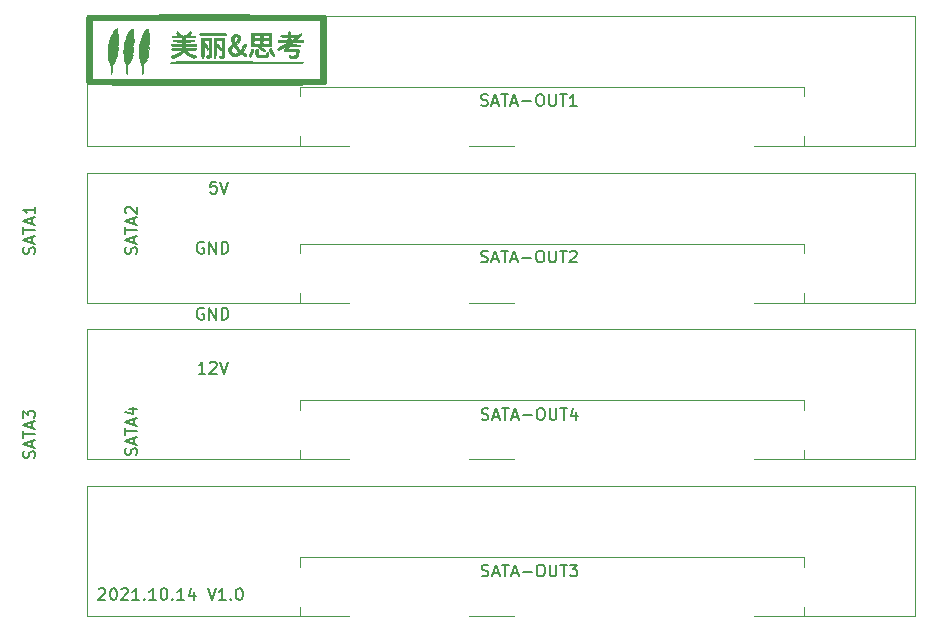
<source format=gbr>
%TF.GenerationSoftware,KiCad,Pcbnew,5.1.9+dfsg1-1~bpo10+1*%
%TF.CreationDate,2021-10-15T10:51:03+08:00*%
%TF.ProjectId,NAS,4e41532e-6b69-4636-9164-5f7063625858,rev?*%
%TF.SameCoordinates,Original*%
%TF.FileFunction,Legend,Top*%
%TF.FilePolarity,Positive*%
%FSLAX46Y46*%
G04 Gerber Fmt 4.6, Leading zero omitted, Abs format (unit mm)*
G04 Created by KiCad (PCBNEW 5.1.9+dfsg1-1~bpo10+1) date 2021-10-15 10:51:03*
%MOMM*%
%LPD*%
G01*
G04 APERTURE LIST*
%ADD10C,0.150000*%
%ADD11C,0.010000*%
%ADD12C,0.120000*%
G04 APERTURE END LIST*
D10*
X73660761Y-105592619D02*
X73708380Y-105545000D01*
X73803619Y-105497380D01*
X74041714Y-105497380D01*
X74136952Y-105545000D01*
X74184571Y-105592619D01*
X74232190Y-105687857D01*
X74232190Y-105783095D01*
X74184571Y-105925952D01*
X73613142Y-106497380D01*
X74232190Y-106497380D01*
X74851238Y-105497380D02*
X74946476Y-105497380D01*
X75041714Y-105545000D01*
X75089333Y-105592619D01*
X75136952Y-105687857D01*
X75184571Y-105878333D01*
X75184571Y-106116428D01*
X75136952Y-106306904D01*
X75089333Y-106402142D01*
X75041714Y-106449761D01*
X74946476Y-106497380D01*
X74851238Y-106497380D01*
X74756000Y-106449761D01*
X74708380Y-106402142D01*
X74660761Y-106306904D01*
X74613142Y-106116428D01*
X74613142Y-105878333D01*
X74660761Y-105687857D01*
X74708380Y-105592619D01*
X74756000Y-105545000D01*
X74851238Y-105497380D01*
X75565523Y-105592619D02*
X75613142Y-105545000D01*
X75708380Y-105497380D01*
X75946476Y-105497380D01*
X76041714Y-105545000D01*
X76089333Y-105592619D01*
X76136952Y-105687857D01*
X76136952Y-105783095D01*
X76089333Y-105925952D01*
X75517904Y-106497380D01*
X76136952Y-106497380D01*
X77089333Y-106497380D02*
X76517904Y-106497380D01*
X76803619Y-106497380D02*
X76803619Y-105497380D01*
X76708380Y-105640238D01*
X76613142Y-105735476D01*
X76517904Y-105783095D01*
X77517904Y-106402142D02*
X77565523Y-106449761D01*
X77517904Y-106497380D01*
X77470285Y-106449761D01*
X77517904Y-106402142D01*
X77517904Y-106497380D01*
X78517904Y-106497380D02*
X77946476Y-106497380D01*
X78232190Y-106497380D02*
X78232190Y-105497380D01*
X78136952Y-105640238D01*
X78041714Y-105735476D01*
X77946476Y-105783095D01*
X79136952Y-105497380D02*
X79232190Y-105497380D01*
X79327428Y-105545000D01*
X79375047Y-105592619D01*
X79422666Y-105687857D01*
X79470285Y-105878333D01*
X79470285Y-106116428D01*
X79422666Y-106306904D01*
X79375047Y-106402142D01*
X79327428Y-106449761D01*
X79232190Y-106497380D01*
X79136952Y-106497380D01*
X79041714Y-106449761D01*
X78994095Y-106402142D01*
X78946476Y-106306904D01*
X78898857Y-106116428D01*
X78898857Y-105878333D01*
X78946476Y-105687857D01*
X78994095Y-105592619D01*
X79041714Y-105545000D01*
X79136952Y-105497380D01*
X79898857Y-106402142D02*
X79946476Y-106449761D01*
X79898857Y-106497380D01*
X79851238Y-106449761D01*
X79898857Y-106402142D01*
X79898857Y-106497380D01*
X80898857Y-106497380D02*
X80327428Y-106497380D01*
X80613142Y-106497380D02*
X80613142Y-105497380D01*
X80517904Y-105640238D01*
X80422666Y-105735476D01*
X80327428Y-105783095D01*
X81756000Y-105830714D02*
X81756000Y-106497380D01*
X81517904Y-105449761D02*
X81279809Y-106164047D01*
X81898857Y-106164047D01*
X82898857Y-105497380D02*
X83232190Y-106497380D01*
X83565523Y-105497380D01*
X84422666Y-106497380D02*
X83851238Y-106497380D01*
X84136952Y-106497380D02*
X84136952Y-105497380D01*
X84041714Y-105640238D01*
X83946476Y-105735476D01*
X83851238Y-105783095D01*
X84851238Y-106402142D02*
X84898857Y-106449761D01*
X84851238Y-106497380D01*
X84803619Y-106449761D01*
X84851238Y-106402142D01*
X84851238Y-106497380D01*
X85517904Y-105497380D02*
X85613142Y-105497380D01*
X85708380Y-105545000D01*
X85756000Y-105592619D01*
X85803619Y-105687857D01*
X85851238Y-105878333D01*
X85851238Y-106116428D01*
X85803619Y-106306904D01*
X85756000Y-106402142D01*
X85708380Y-106449761D01*
X85613142Y-106497380D01*
X85517904Y-106497380D01*
X85422666Y-106449761D01*
X85375047Y-106402142D01*
X85327428Y-106306904D01*
X85279809Y-106116428D01*
X85279809Y-105878333D01*
X85327428Y-105687857D01*
X85375047Y-105592619D01*
X85422666Y-105545000D01*
X85517904Y-105497380D01*
X76858761Y-94202000D02*
X76906380Y-94059142D01*
X76906380Y-93821047D01*
X76858761Y-93725809D01*
X76811142Y-93678190D01*
X76715904Y-93630571D01*
X76620666Y-93630571D01*
X76525428Y-93678190D01*
X76477809Y-93725809D01*
X76430190Y-93821047D01*
X76382571Y-94011523D01*
X76334952Y-94106761D01*
X76287333Y-94154380D01*
X76192095Y-94202000D01*
X76096857Y-94202000D01*
X76001619Y-94154380D01*
X75954000Y-94106761D01*
X75906380Y-94011523D01*
X75906380Y-93773428D01*
X75954000Y-93630571D01*
X76620666Y-93249619D02*
X76620666Y-92773428D01*
X76906380Y-93344857D02*
X75906380Y-93011523D01*
X76906380Y-92678190D01*
X75906380Y-92487714D02*
X75906380Y-91916285D01*
X76906380Y-92202000D02*
X75906380Y-92202000D01*
X76620666Y-91630571D02*
X76620666Y-91154380D01*
X76906380Y-91725809D02*
X75906380Y-91392476D01*
X76906380Y-91059142D01*
X76239714Y-90297238D02*
X76906380Y-90297238D01*
X75858761Y-90535333D02*
X76573047Y-90773428D01*
X76573047Y-90154380D01*
X68222761Y-94456000D02*
X68270380Y-94313142D01*
X68270380Y-94075047D01*
X68222761Y-93979809D01*
X68175142Y-93932190D01*
X68079904Y-93884571D01*
X67984666Y-93884571D01*
X67889428Y-93932190D01*
X67841809Y-93979809D01*
X67794190Y-94075047D01*
X67746571Y-94265523D01*
X67698952Y-94360761D01*
X67651333Y-94408380D01*
X67556095Y-94456000D01*
X67460857Y-94456000D01*
X67365619Y-94408380D01*
X67318000Y-94360761D01*
X67270380Y-94265523D01*
X67270380Y-94027428D01*
X67318000Y-93884571D01*
X67984666Y-93503619D02*
X67984666Y-93027428D01*
X68270380Y-93598857D02*
X67270380Y-93265523D01*
X68270380Y-92932190D01*
X67270380Y-92741714D02*
X67270380Y-92170285D01*
X68270380Y-92456000D02*
X67270380Y-92456000D01*
X67984666Y-91884571D02*
X67984666Y-91408380D01*
X68270380Y-91979809D02*
X67270380Y-91646476D01*
X68270380Y-91313142D01*
X67270380Y-91075047D02*
X67270380Y-90456000D01*
X67651333Y-90789333D01*
X67651333Y-90646476D01*
X67698952Y-90551238D01*
X67746571Y-90503619D01*
X67841809Y-90456000D01*
X68079904Y-90456000D01*
X68175142Y-90503619D01*
X68222761Y-90551238D01*
X68270380Y-90646476D01*
X68270380Y-90932190D01*
X68222761Y-91027428D01*
X68175142Y-91075047D01*
X76858761Y-77184000D02*
X76906380Y-77041142D01*
X76906380Y-76803047D01*
X76858761Y-76707809D01*
X76811142Y-76660190D01*
X76715904Y-76612571D01*
X76620666Y-76612571D01*
X76525428Y-76660190D01*
X76477809Y-76707809D01*
X76430190Y-76803047D01*
X76382571Y-76993523D01*
X76334952Y-77088761D01*
X76287333Y-77136380D01*
X76192095Y-77184000D01*
X76096857Y-77184000D01*
X76001619Y-77136380D01*
X75954000Y-77088761D01*
X75906380Y-76993523D01*
X75906380Y-76755428D01*
X75954000Y-76612571D01*
X76620666Y-76231619D02*
X76620666Y-75755428D01*
X76906380Y-76326857D02*
X75906380Y-75993523D01*
X76906380Y-75660190D01*
X75906380Y-75469714D02*
X75906380Y-74898285D01*
X76906380Y-75184000D02*
X75906380Y-75184000D01*
X76620666Y-74612571D02*
X76620666Y-74136380D01*
X76906380Y-74707809D02*
X75906380Y-74374476D01*
X76906380Y-74041142D01*
X76001619Y-73755428D02*
X75954000Y-73707809D01*
X75906380Y-73612571D01*
X75906380Y-73374476D01*
X75954000Y-73279238D01*
X76001619Y-73231619D01*
X76096857Y-73184000D01*
X76192095Y-73184000D01*
X76334952Y-73231619D01*
X76906380Y-73803047D01*
X76906380Y-73184000D01*
X68222761Y-77184000D02*
X68270380Y-77041142D01*
X68270380Y-76803047D01*
X68222761Y-76707809D01*
X68175142Y-76660190D01*
X68079904Y-76612571D01*
X67984666Y-76612571D01*
X67889428Y-76660190D01*
X67841809Y-76707809D01*
X67794190Y-76803047D01*
X67746571Y-76993523D01*
X67698952Y-77088761D01*
X67651333Y-77136380D01*
X67556095Y-77184000D01*
X67460857Y-77184000D01*
X67365619Y-77136380D01*
X67318000Y-77088761D01*
X67270380Y-76993523D01*
X67270380Y-76755428D01*
X67318000Y-76612571D01*
X67984666Y-76231619D02*
X67984666Y-75755428D01*
X68270380Y-76326857D02*
X67270380Y-75993523D01*
X68270380Y-75660190D01*
X67270380Y-75469714D02*
X67270380Y-74898285D01*
X68270380Y-75184000D02*
X67270380Y-75184000D01*
X67984666Y-74612571D02*
X67984666Y-74136380D01*
X68270380Y-74707809D02*
X67270380Y-74374476D01*
X68270380Y-74041142D01*
X68270380Y-73184000D02*
X68270380Y-73755428D01*
X68270380Y-73469714D02*
X67270380Y-73469714D01*
X67413238Y-73564952D01*
X67508476Y-73660190D01*
X67556095Y-73755428D01*
X82550095Y-76208000D02*
X82454857Y-76160380D01*
X82312000Y-76160380D01*
X82169142Y-76208000D01*
X82073904Y-76303238D01*
X82026285Y-76398476D01*
X81978666Y-76588952D01*
X81978666Y-76731809D01*
X82026285Y-76922285D01*
X82073904Y-77017523D01*
X82169142Y-77112761D01*
X82312000Y-77160380D01*
X82407238Y-77160380D01*
X82550095Y-77112761D01*
X82597714Y-77065142D01*
X82597714Y-76731809D01*
X82407238Y-76731809D01*
X83026285Y-77160380D02*
X83026285Y-76160380D01*
X83597714Y-77160380D01*
X83597714Y-76160380D01*
X84073904Y-77160380D02*
X84073904Y-76160380D01*
X84312000Y-76160380D01*
X84454857Y-76208000D01*
X84550095Y-76303238D01*
X84597714Y-76398476D01*
X84645333Y-76588952D01*
X84645333Y-76731809D01*
X84597714Y-76922285D01*
X84550095Y-77017523D01*
X84454857Y-77112761D01*
X84312000Y-77160380D01*
X84073904Y-77160380D01*
X82692952Y-87320380D02*
X82121523Y-87320380D01*
X82407238Y-87320380D02*
X82407238Y-86320380D01*
X82312000Y-86463238D01*
X82216761Y-86558476D01*
X82121523Y-86606095D01*
X83073904Y-86415619D02*
X83121523Y-86368000D01*
X83216761Y-86320380D01*
X83454857Y-86320380D01*
X83550095Y-86368000D01*
X83597714Y-86415619D01*
X83645333Y-86510857D01*
X83645333Y-86606095D01*
X83597714Y-86748952D01*
X83026285Y-87320380D01*
X83645333Y-87320380D01*
X83931047Y-86320380D02*
X84264380Y-87320380D01*
X84597714Y-86320380D01*
X82550095Y-81796000D02*
X82454857Y-81748380D01*
X82312000Y-81748380D01*
X82169142Y-81796000D01*
X82073904Y-81891238D01*
X82026285Y-81986476D01*
X81978666Y-82176952D01*
X81978666Y-82319809D01*
X82026285Y-82510285D01*
X82073904Y-82605523D01*
X82169142Y-82700761D01*
X82312000Y-82748380D01*
X82407238Y-82748380D01*
X82550095Y-82700761D01*
X82597714Y-82653142D01*
X82597714Y-82319809D01*
X82407238Y-82319809D01*
X83026285Y-82748380D02*
X83026285Y-81748380D01*
X83597714Y-82748380D01*
X83597714Y-81748380D01*
X84073904Y-82748380D02*
X84073904Y-81748380D01*
X84312000Y-81748380D01*
X84454857Y-81796000D01*
X84550095Y-81891238D01*
X84597714Y-81986476D01*
X84645333Y-82176952D01*
X84645333Y-82319809D01*
X84597714Y-82510285D01*
X84550095Y-82605523D01*
X84454857Y-82700761D01*
X84312000Y-82748380D01*
X84073904Y-82748380D01*
X83629523Y-71080380D02*
X83153333Y-71080380D01*
X83105714Y-71556571D01*
X83153333Y-71508952D01*
X83248571Y-71461333D01*
X83486666Y-71461333D01*
X83581904Y-71508952D01*
X83629523Y-71556571D01*
X83677142Y-71651809D01*
X83677142Y-71889904D01*
X83629523Y-71985142D01*
X83581904Y-72032761D01*
X83486666Y-72080380D01*
X83248571Y-72080380D01*
X83153333Y-72032761D01*
X83105714Y-71985142D01*
X83962857Y-71080380D02*
X84296190Y-72080380D01*
X84629523Y-71080380D01*
D11*
%TO.C,G\u002A\u002A\u002A*%
G36*
X83681319Y-58496701D02*
G01*
X83957463Y-58498857D01*
X84156304Y-58503646D01*
X84289989Y-58512046D01*
X84370667Y-58525034D01*
X84410484Y-58543589D01*
X84421587Y-58568688D01*
X84419961Y-58585100D01*
X84406468Y-58614904D01*
X84370437Y-58637601D01*
X84299072Y-58654399D01*
X84179577Y-58666505D01*
X83999155Y-58675129D01*
X83745010Y-58681477D01*
X83404345Y-58686760D01*
X83333485Y-58687682D01*
X83013603Y-58690169D01*
X82728593Y-58689327D01*
X82493926Y-58685453D01*
X82325071Y-58678842D01*
X82237497Y-58669793D01*
X82229249Y-58666516D01*
X82196384Y-58588397D01*
X82194400Y-58563933D01*
X82212697Y-58541138D01*
X82274804Y-58523825D01*
X82391548Y-58511340D01*
X82573752Y-58503030D01*
X82832241Y-58498240D01*
X83177841Y-58496317D01*
X83315724Y-58496200D01*
X83681319Y-58496701D01*
G37*
X83681319Y-58496701D02*
X83957463Y-58498857D01*
X84156304Y-58503646D01*
X84289989Y-58512046D01*
X84370667Y-58525034D01*
X84410484Y-58543589D01*
X84421587Y-58568688D01*
X84419961Y-58585100D01*
X84406468Y-58614904D01*
X84370437Y-58637601D01*
X84299072Y-58654399D01*
X84179577Y-58666505D01*
X83999155Y-58675129D01*
X83745010Y-58681477D01*
X83404345Y-58686760D01*
X83333485Y-58687682D01*
X83013603Y-58690169D01*
X82728593Y-58689327D01*
X82493926Y-58685453D01*
X82325071Y-58678842D01*
X82237497Y-58669793D01*
X82229249Y-58666516D01*
X82196384Y-58588397D01*
X82194400Y-58563933D01*
X82212697Y-58541138D01*
X82274804Y-58523825D01*
X82391548Y-58511340D01*
X82573752Y-58503030D01*
X82832241Y-58498240D01*
X83177841Y-58496317D01*
X83315724Y-58496200D01*
X83681319Y-58496701D01*
G36*
X88290400Y-59563000D02*
G01*
X86563200Y-59563000D01*
X86563200Y-59255869D01*
X86766400Y-59255869D01*
X86766400Y-59258200D01*
X86771091Y-59345324D01*
X86801838Y-59390672D01*
X86883647Y-59407883D01*
X87041527Y-59410599D01*
X87045800Y-59410600D01*
X87205528Y-59408040D01*
X87288666Y-59391270D01*
X87320220Y-59346646D01*
X87325199Y-59260530D01*
X87325200Y-59258200D01*
X87325075Y-59255869D01*
X87528400Y-59255869D01*
X87528400Y-59258200D01*
X87533091Y-59345324D01*
X87563838Y-59390672D01*
X87645647Y-59407883D01*
X87803527Y-59410599D01*
X87807800Y-59410600D01*
X87967528Y-59408040D01*
X88050666Y-59391270D01*
X88082220Y-59346646D01*
X88087199Y-59260530D01*
X88087200Y-59258200D01*
X88082508Y-59171075D01*
X88051761Y-59125727D01*
X87969952Y-59108516D01*
X87812072Y-59105800D01*
X87807800Y-59105800D01*
X87648071Y-59108359D01*
X87564933Y-59125129D01*
X87533379Y-59169753D01*
X87528400Y-59255869D01*
X87325075Y-59255869D01*
X87320508Y-59171075D01*
X87289761Y-59125727D01*
X87207952Y-59108516D01*
X87050072Y-59105800D01*
X87045800Y-59105800D01*
X86886071Y-59108359D01*
X86802933Y-59125129D01*
X86771379Y-59169753D01*
X86766400Y-59255869D01*
X86563200Y-59255869D01*
X86563200Y-58775600D01*
X86766400Y-58775600D01*
X86773652Y-58848335D01*
X86811985Y-58886208D01*
X86906262Y-58900519D01*
X87045800Y-58902600D01*
X87205818Y-58899303D01*
X87289138Y-58881879D01*
X87320622Y-58839026D01*
X87325200Y-58775600D01*
X87528400Y-58775600D01*
X87535652Y-58848335D01*
X87573985Y-58886208D01*
X87668262Y-58900519D01*
X87807800Y-58902600D01*
X87967818Y-58899303D01*
X88051138Y-58881879D01*
X88082622Y-58839026D01*
X88087200Y-58775600D01*
X88079947Y-58702864D01*
X88041614Y-58664991D01*
X87947337Y-58650680D01*
X87807800Y-58648600D01*
X87647781Y-58651896D01*
X87564461Y-58669320D01*
X87532977Y-58712173D01*
X87528400Y-58775600D01*
X87325200Y-58775600D01*
X87317947Y-58702864D01*
X87279614Y-58664991D01*
X87185337Y-58650680D01*
X87045800Y-58648600D01*
X86885781Y-58651896D01*
X86802461Y-58669320D01*
X86770977Y-58712173D01*
X86766400Y-58775600D01*
X86563200Y-58775600D01*
X86563200Y-58445400D01*
X88290400Y-58445400D01*
X88290400Y-59563000D01*
G37*
X88290400Y-59563000D02*
X86563200Y-59563000D01*
X86563200Y-59255869D01*
X86766400Y-59255869D01*
X86766400Y-59258200D01*
X86771091Y-59345324D01*
X86801838Y-59390672D01*
X86883647Y-59407883D01*
X87041527Y-59410599D01*
X87045800Y-59410600D01*
X87205528Y-59408040D01*
X87288666Y-59391270D01*
X87320220Y-59346646D01*
X87325199Y-59260530D01*
X87325200Y-59258200D01*
X87325075Y-59255869D01*
X87528400Y-59255869D01*
X87528400Y-59258200D01*
X87533091Y-59345324D01*
X87563838Y-59390672D01*
X87645647Y-59407883D01*
X87803527Y-59410599D01*
X87807800Y-59410600D01*
X87967528Y-59408040D01*
X88050666Y-59391270D01*
X88082220Y-59346646D01*
X88087199Y-59260530D01*
X88087200Y-59258200D01*
X88082508Y-59171075D01*
X88051761Y-59125727D01*
X87969952Y-59108516D01*
X87812072Y-59105800D01*
X87807800Y-59105800D01*
X87648071Y-59108359D01*
X87564933Y-59125129D01*
X87533379Y-59169753D01*
X87528400Y-59255869D01*
X87325075Y-59255869D01*
X87320508Y-59171075D01*
X87289761Y-59125727D01*
X87207952Y-59108516D01*
X87050072Y-59105800D01*
X87045800Y-59105800D01*
X86886071Y-59108359D01*
X86802933Y-59125129D01*
X86771379Y-59169753D01*
X86766400Y-59255869D01*
X86563200Y-59255869D01*
X86563200Y-58775600D01*
X86766400Y-58775600D01*
X86773652Y-58848335D01*
X86811985Y-58886208D01*
X86906262Y-58900519D01*
X87045800Y-58902600D01*
X87205818Y-58899303D01*
X87289138Y-58881879D01*
X87320622Y-58839026D01*
X87325200Y-58775600D01*
X87528400Y-58775600D01*
X87535652Y-58848335D01*
X87573985Y-58886208D01*
X87668262Y-58900519D01*
X87807800Y-58902600D01*
X87967818Y-58899303D01*
X88051138Y-58881879D01*
X88082622Y-58839026D01*
X88087200Y-58775600D01*
X88079947Y-58702864D01*
X88041614Y-58664991D01*
X87947337Y-58650680D01*
X87807800Y-58648600D01*
X87647781Y-58651896D01*
X87564461Y-58669320D01*
X87532977Y-58712173D01*
X87528400Y-58775600D01*
X87325200Y-58775600D01*
X87317947Y-58702864D01*
X87279614Y-58664991D01*
X87185337Y-58650680D01*
X87045800Y-58648600D01*
X86885781Y-58651896D01*
X86802461Y-58669320D01*
X86770977Y-58712173D01*
X86766400Y-58775600D01*
X86563200Y-58775600D01*
X86563200Y-58445400D01*
X88290400Y-58445400D01*
X88290400Y-59563000D01*
G36*
X83794253Y-59451462D02*
G01*
X83874096Y-59551866D01*
X83952687Y-59678533D01*
X84008742Y-59798187D01*
X84023200Y-59862016D01*
X83997154Y-59921012D01*
X83932737Y-59909023D01*
X83850530Y-59837812D01*
X83771113Y-59719144D01*
X83770232Y-59717423D01*
X83693368Y-59550633D01*
X83672333Y-59454006D01*
X83705534Y-59413886D01*
X83734445Y-59410600D01*
X83794253Y-59451462D01*
G37*
X83794253Y-59451462D02*
X83874096Y-59551866D01*
X83952687Y-59678533D01*
X84008742Y-59798187D01*
X84023200Y-59862016D01*
X83997154Y-59921012D01*
X83932737Y-59909023D01*
X83850530Y-59837812D01*
X83771113Y-59719144D01*
X83770232Y-59717423D01*
X83693368Y-59550633D01*
X83672333Y-59454006D01*
X83705534Y-59413886D01*
X83734445Y-59410600D01*
X83794253Y-59451462D01*
G36*
X82741175Y-59402360D02*
G01*
X82803400Y-59507347D01*
X82866392Y-59640719D01*
X82914594Y-59768436D01*
X82932448Y-59856454D01*
X82928951Y-59871114D01*
X82870186Y-59916448D01*
X82801112Y-59870964D01*
X82716712Y-59730777D01*
X82698187Y-59692386D01*
X82633525Y-59516843D01*
X82630762Y-59402987D01*
X82689978Y-59359932D01*
X82695275Y-59359800D01*
X82741175Y-59402360D01*
G37*
X82741175Y-59402360D02*
X82803400Y-59507347D01*
X82866392Y-59640719D01*
X82914594Y-59768436D01*
X82932448Y-59856454D01*
X82928951Y-59871114D01*
X82870186Y-59916448D01*
X82801112Y-59870964D01*
X82716712Y-59730777D01*
X82698187Y-59692386D01*
X82633525Y-59516843D01*
X82630762Y-59402987D01*
X82689978Y-59359932D01*
X82695275Y-59359800D01*
X82741175Y-59402360D01*
G36*
X87361154Y-59662182D02*
G01*
X87497012Y-59734605D01*
X87660549Y-59836638D01*
X87743292Y-59908473D01*
X87756153Y-59963642D01*
X87718340Y-60009144D01*
X87641177Y-60022457D01*
X87518037Y-59963064D01*
X87477600Y-59935816D01*
X87347512Y-59846635D01*
X87242903Y-59778241D01*
X87223600Y-59766479D01*
X87175805Y-59713462D01*
X87207537Y-59660966D01*
X87266185Y-59635953D01*
X87361154Y-59662182D01*
G37*
X87361154Y-59662182D02*
X87497012Y-59734605D01*
X87660549Y-59836638D01*
X87743292Y-59908473D01*
X87756153Y-59963642D01*
X87718340Y-60009144D01*
X87641177Y-60022457D01*
X87518037Y-59963064D01*
X87477600Y-59935816D01*
X87347512Y-59846635D01*
X87242903Y-59778241D01*
X87223600Y-59766479D01*
X87175805Y-59713462D01*
X87207537Y-59660966D01*
X87266185Y-59635953D01*
X87361154Y-59662182D01*
G36*
X88207466Y-59786153D02*
G01*
X88263779Y-59851860D01*
X88349833Y-59989525D01*
X88351444Y-59992192D01*
X88460815Y-60194429D01*
X88501792Y-60328088D01*
X88475564Y-60398620D01*
X88442800Y-60411104D01*
X88373940Y-60375719D01*
X88278324Y-60260590D01*
X88200452Y-60137191D01*
X88110936Y-59970145D01*
X88076153Y-59868294D01*
X88090894Y-59814802D01*
X88098852Y-59808723D01*
X88159591Y-59776931D01*
X88207466Y-59786153D01*
G37*
X88207466Y-59786153D02*
X88263779Y-59851860D01*
X88349833Y-59989525D01*
X88351444Y-59992192D01*
X88460815Y-60194429D01*
X88501792Y-60328088D01*
X88475564Y-60398620D01*
X88442800Y-60411104D01*
X88373940Y-60375719D01*
X88278324Y-60260590D01*
X88200452Y-60137191D01*
X88110936Y-59970145D01*
X88076153Y-59868294D01*
X88090894Y-59814802D01*
X88098852Y-59808723D01*
X88159591Y-59776931D01*
X88207466Y-59786153D01*
G36*
X85465071Y-58617366D02*
G01*
X85524109Y-58671690D01*
X85623609Y-58829376D01*
X85623516Y-59001524D01*
X85524331Y-59185166D01*
X85418538Y-59298632D01*
X85238802Y-59466064D01*
X85337234Y-59603432D01*
X85448646Y-59740206D01*
X85566763Y-59863138D01*
X85697860Y-59985476D01*
X85829454Y-59698038D01*
X85920902Y-59522717D01*
X85999342Y-59431904D01*
X86062347Y-59410600D01*
X86124700Y-59430929D01*
X86135488Y-59499330D01*
X86092523Y-59626918D01*
X85993622Y-59824811D01*
X85973689Y-59861498D01*
X85903882Y-59991357D01*
X85859865Y-60077737D01*
X85852000Y-60096635D01*
X85893371Y-60122543D01*
X85994009Y-60168266D01*
X86004400Y-60172600D01*
X86119165Y-60246229D01*
X86157094Y-60328915D01*
X86109488Y-60399043D01*
X86037100Y-60397870D01*
X85917066Y-60358255D01*
X85884694Y-60343647D01*
X85758793Y-60291843D01*
X85664197Y-60289569D01*
X85543576Y-60336689D01*
X85530628Y-60342805D01*
X85275893Y-60421775D01*
X85038493Y-60415687D01*
X84837121Y-60326157D01*
X84781292Y-60278107D01*
X84656731Y-60096027D01*
X84643721Y-59992234D01*
X84851168Y-59992234D01*
X84899320Y-60083824D01*
X84905464Y-60093249D01*
X84995188Y-60187080D01*
X85122529Y-60221016D01*
X85180071Y-60222622D01*
X85325037Y-60210380D01*
X85432120Y-60181396D01*
X85441370Y-60176289D01*
X85468194Y-60135935D01*
X85443947Y-60066174D01*
X85360419Y-59949724D01*
X85296939Y-59872266D01*
X85180183Y-59740669D01*
X85085036Y-59647580D01*
X85033647Y-59613800D01*
X84983626Y-59655263D01*
X84918725Y-59757972D01*
X84903471Y-59788449D01*
X84852659Y-59910203D01*
X84851168Y-59992234D01*
X84643721Y-59992234D01*
X84632412Y-59902018D01*
X84708274Y-59700322D01*
X84791478Y-59589010D01*
X84886339Y-59472984D01*
X84923042Y-59385371D01*
X84912926Y-59280471D01*
X84889809Y-59192748D01*
X84858938Y-58952130D01*
X84861567Y-58943021D01*
X85079318Y-58943021D01*
X85096410Y-59132237D01*
X85100781Y-59149212D01*
X85134918Y-59260192D01*
X85170240Y-59286309D01*
X85233110Y-59241132D01*
X85249934Y-59225981D01*
X85347852Y-59120066D01*
X85402319Y-59040949D01*
X85434548Y-58908123D01*
X85392990Y-58804745D01*
X85292201Y-58758809D01*
X85256219Y-58759946D01*
X85133605Y-58816376D01*
X85079318Y-58943021D01*
X84861567Y-58943021D01*
X84913336Y-58763703D01*
X85050686Y-58631715D01*
X85231174Y-58567025D01*
X85358082Y-58561419D01*
X85465071Y-58617366D01*
G37*
X85465071Y-58617366D02*
X85524109Y-58671690D01*
X85623609Y-58829376D01*
X85623516Y-59001524D01*
X85524331Y-59185166D01*
X85418538Y-59298632D01*
X85238802Y-59466064D01*
X85337234Y-59603432D01*
X85448646Y-59740206D01*
X85566763Y-59863138D01*
X85697860Y-59985476D01*
X85829454Y-59698038D01*
X85920902Y-59522717D01*
X85999342Y-59431904D01*
X86062347Y-59410600D01*
X86124700Y-59430929D01*
X86135488Y-59499330D01*
X86092523Y-59626918D01*
X85993622Y-59824811D01*
X85973689Y-59861498D01*
X85903882Y-59991357D01*
X85859865Y-60077737D01*
X85852000Y-60096635D01*
X85893371Y-60122543D01*
X85994009Y-60168266D01*
X86004400Y-60172600D01*
X86119165Y-60246229D01*
X86157094Y-60328915D01*
X86109488Y-60399043D01*
X86037100Y-60397870D01*
X85917066Y-60358255D01*
X85884694Y-60343647D01*
X85758793Y-60291843D01*
X85664197Y-60289569D01*
X85543576Y-60336689D01*
X85530628Y-60342805D01*
X85275893Y-60421775D01*
X85038493Y-60415687D01*
X84837121Y-60326157D01*
X84781292Y-60278107D01*
X84656731Y-60096027D01*
X84643721Y-59992234D01*
X84851168Y-59992234D01*
X84899320Y-60083824D01*
X84905464Y-60093249D01*
X84995188Y-60187080D01*
X85122529Y-60221016D01*
X85180071Y-60222622D01*
X85325037Y-60210380D01*
X85432120Y-60181396D01*
X85441370Y-60176289D01*
X85468194Y-60135935D01*
X85443947Y-60066174D01*
X85360419Y-59949724D01*
X85296939Y-59872266D01*
X85180183Y-59740669D01*
X85085036Y-59647580D01*
X85033647Y-59613800D01*
X84983626Y-59655263D01*
X84918725Y-59757972D01*
X84903471Y-59788449D01*
X84852659Y-59910203D01*
X84851168Y-59992234D01*
X84643721Y-59992234D01*
X84632412Y-59902018D01*
X84708274Y-59700322D01*
X84791478Y-59589010D01*
X84886339Y-59472984D01*
X84923042Y-59385371D01*
X84912926Y-59280471D01*
X84889809Y-59192748D01*
X84858938Y-58952130D01*
X84861567Y-58943021D01*
X85079318Y-58943021D01*
X85096410Y-59132237D01*
X85100781Y-59149212D01*
X85134918Y-59260192D01*
X85170240Y-59286309D01*
X85233110Y-59241132D01*
X85249934Y-59225981D01*
X85347852Y-59120066D01*
X85402319Y-59040949D01*
X85434548Y-58908123D01*
X85392990Y-58804745D01*
X85292201Y-58758809D01*
X85256219Y-58759946D01*
X85133605Y-58816376D01*
X85079318Y-58943021D01*
X84861567Y-58943021D01*
X84913336Y-58763703D01*
X85050686Y-58631715D01*
X85231174Y-58567025D01*
X85358082Y-58561419D01*
X85465071Y-58617366D01*
G36*
X86747017Y-59843484D02*
G01*
X86765903Y-59880500D01*
X86747046Y-59950198D01*
X86700000Y-60072335D01*
X86638274Y-60216395D01*
X86575377Y-60351858D01*
X86524815Y-60448208D01*
X86502037Y-60476622D01*
X86452284Y-60452771D01*
X86416396Y-60431134D01*
X86380642Y-60388331D01*
X86388939Y-60313940D01*
X86445020Y-60181579D01*
X86454496Y-60161873D01*
X86518322Y-60018488D01*
X86557419Y-59908416D01*
X86563200Y-59877161D01*
X86605653Y-59828321D01*
X86664800Y-59817000D01*
X86747017Y-59843484D01*
G37*
X86747017Y-59843484D02*
X86765903Y-59880500D01*
X86747046Y-59950198D01*
X86700000Y-60072335D01*
X86638274Y-60216395D01*
X86575377Y-60351858D01*
X86524815Y-60448208D01*
X86502037Y-60476622D01*
X86452284Y-60452771D01*
X86416396Y-60431134D01*
X86380642Y-60388331D01*
X86388939Y-60313940D01*
X86445020Y-60181579D01*
X86454496Y-60161873D01*
X86518322Y-60018488D01*
X86557419Y-59908416D01*
X86563200Y-59877161D01*
X86605653Y-59828321D01*
X86664800Y-59817000D01*
X86747017Y-59843484D01*
G36*
X87079114Y-59829127D02*
G01*
X87109701Y-59881560D01*
X87120916Y-59998378D01*
X87122000Y-60096400D01*
X87122000Y-60375800D01*
X87835740Y-60375800D01*
X87866616Y-60221415D01*
X87910508Y-60110877D01*
X87965744Y-60094487D01*
X88012763Y-60169606D01*
X88027370Y-60243089D01*
X88027755Y-60367314D01*
X87984318Y-60450231D01*
X87882321Y-60499538D01*
X87707026Y-60522933D01*
X87481539Y-60528200D01*
X87236875Y-60520798D01*
X87064686Y-60499760D01*
X86979760Y-60467240D01*
X86946468Y-60385803D01*
X86924326Y-60239398D01*
X86918800Y-60111640D01*
X86922765Y-59944872D01*
X86940079Y-59856006D01*
X86978866Y-59821473D01*
X87020400Y-59817000D01*
X87079114Y-59829127D01*
G37*
X87079114Y-59829127D02*
X87109701Y-59881560D01*
X87120916Y-59998378D01*
X87122000Y-60096400D01*
X87122000Y-60375800D01*
X87835740Y-60375800D01*
X87866616Y-60221415D01*
X87910508Y-60110877D01*
X87965744Y-60094487D01*
X88012763Y-60169606D01*
X88027370Y-60243089D01*
X88027755Y-60367314D01*
X87984318Y-60450231D01*
X87882321Y-60499538D01*
X87707026Y-60522933D01*
X87481539Y-60528200D01*
X87236875Y-60520798D01*
X87064686Y-60499760D01*
X86979760Y-60467240D01*
X86946468Y-60385803D01*
X86924326Y-60239398D01*
X86918800Y-60111640D01*
X86922765Y-59944872D01*
X86940079Y-59856006D01*
X86978866Y-59821473D01*
X87020400Y-59817000D01*
X87079114Y-59829127D01*
G36*
X89837968Y-58367749D02*
G01*
X89864151Y-58456859D01*
X89865200Y-58496200D01*
X89869891Y-58583324D01*
X89900638Y-58628672D01*
X89982447Y-58645883D01*
X90140327Y-58648599D01*
X90144600Y-58648600D01*
X90325773Y-58659174D01*
X90415185Y-58690073D01*
X90424000Y-58708904D01*
X90455127Y-58716595D01*
X90533027Y-58663063D01*
X90566479Y-58632704D01*
X90692988Y-58531834D01*
X90785307Y-58497972D01*
X90828825Y-58535492D01*
X90830400Y-58553684D01*
X90796797Y-58617605D01*
X90709458Y-58725774D01*
X90608484Y-58833084D01*
X90386568Y-59055000D01*
X90684684Y-59055000D01*
X90852644Y-59058873D01*
X90942582Y-59075824D01*
X90977951Y-59113842D01*
X90982800Y-59156600D01*
X90974909Y-59205451D01*
X90938174Y-59235634D01*
X90853004Y-59251679D01*
X90699806Y-59258112D01*
X90538300Y-59259329D01*
X90306051Y-59264241D01*
X90149354Y-59280584D01*
X90042398Y-59312898D01*
X89966800Y-59359800D01*
X89839800Y-59459140D01*
X90284300Y-59460270D01*
X90503899Y-59463958D01*
X90639515Y-59475692D01*
X90708639Y-59498514D01*
X90728765Y-59535469D01*
X90728800Y-59537600D01*
X90711980Y-59573187D01*
X90650367Y-59596013D01*
X90527225Y-59608595D01*
X90325823Y-59613454D01*
X90222587Y-59613800D01*
X89987776Y-59615875D01*
X89834170Y-59624486D01*
X89741416Y-59643213D01*
X89689163Y-59675634D01*
X89663787Y-59712060D01*
X89621563Y-59802616D01*
X89611200Y-59839060D01*
X89658411Y-59851124D01*
X89785711Y-59860695D01*
X89971593Y-59866555D01*
X90119200Y-59867800D01*
X90332273Y-59871338D01*
X90501104Y-59880881D01*
X90604259Y-59894815D01*
X90625958Y-59905900D01*
X90614639Y-59974654D01*
X90587484Y-60104178D01*
X90572217Y-60171849D01*
X90508554Y-60378440D01*
X90418955Y-60502479D01*
X90279789Y-60562992D01*
X90067425Y-60578999D01*
X90066451Y-60579000D01*
X89898008Y-60574134D01*
X89804701Y-60553727D01*
X89760297Y-60509063D01*
X89747765Y-60473133D01*
X89739058Y-60410303D01*
X89772270Y-60384468D01*
X89870431Y-60387375D01*
X89957740Y-60397885D01*
X90146045Y-60409081D01*
X90263727Y-60373967D01*
X90336265Y-60279204D01*
X90370582Y-60181728D01*
X90416907Y-60020200D01*
X89881618Y-60020200D01*
X89643839Y-60018856D01*
X89491233Y-60012875D01*
X89407390Y-59999330D01*
X89375897Y-59975297D01*
X89380343Y-59937849D01*
X89382928Y-59931300D01*
X89438126Y-59787234D01*
X89444140Y-59716757D01*
X89388513Y-59711256D01*
X89258790Y-59762120D01*
X89185970Y-59795126D01*
X88982404Y-59874359D01*
X88855008Y-59890018D01*
X88800848Y-59842284D01*
X88798400Y-59819040D01*
X88841119Y-59780469D01*
X88956834Y-59708962D01*
X89126881Y-59615416D01*
X89293700Y-59529938D01*
X89789000Y-59283600D01*
X89319100Y-59268993D01*
X89097849Y-59260278D01*
X88959226Y-59247773D01*
X88884263Y-59226864D01*
X88853990Y-59192938D01*
X88849200Y-59154693D01*
X88858148Y-59104980D01*
X88898579Y-59075182D01*
X88990875Y-59060299D01*
X89155415Y-59055332D01*
X89255600Y-59055000D01*
X89457157Y-59053646D01*
X89577846Y-59045267D01*
X89638395Y-59023385D01*
X89659534Y-58981522D01*
X89662000Y-58928000D01*
X89865200Y-58928000D01*
X89899120Y-59026943D01*
X89990271Y-59055309D01*
X90122733Y-59013031D01*
X90246200Y-58929574D01*
X90398600Y-58804653D01*
X90131900Y-58802826D01*
X89976505Y-58805380D01*
X89897224Y-58823758D01*
X89868647Y-58869886D01*
X89865200Y-58928000D01*
X89662000Y-58928000D01*
X89655546Y-58857614D01*
X89620280Y-58819614D01*
X89532345Y-58804056D01*
X89367883Y-58801002D01*
X89357200Y-58801000D01*
X89180216Y-58795147D01*
X89085194Y-58774402D01*
X89053001Y-58733981D01*
X89052400Y-58724800D01*
X89075808Y-58680554D01*
X89158788Y-58656798D01*
X89320475Y-58648750D01*
X89357200Y-58648600D01*
X89662000Y-58648600D01*
X89662000Y-58496200D01*
X89677966Y-58384647D01*
X89737373Y-58345372D01*
X89763600Y-58343800D01*
X89837968Y-58367749D01*
G37*
X89837968Y-58367749D02*
X89864151Y-58456859D01*
X89865200Y-58496200D01*
X89869891Y-58583324D01*
X89900638Y-58628672D01*
X89982447Y-58645883D01*
X90140327Y-58648599D01*
X90144600Y-58648600D01*
X90325773Y-58659174D01*
X90415185Y-58690073D01*
X90424000Y-58708904D01*
X90455127Y-58716595D01*
X90533027Y-58663063D01*
X90566479Y-58632704D01*
X90692988Y-58531834D01*
X90785307Y-58497972D01*
X90828825Y-58535492D01*
X90830400Y-58553684D01*
X90796797Y-58617605D01*
X90709458Y-58725774D01*
X90608484Y-58833084D01*
X90386568Y-59055000D01*
X90684684Y-59055000D01*
X90852644Y-59058873D01*
X90942582Y-59075824D01*
X90977951Y-59113842D01*
X90982800Y-59156600D01*
X90974909Y-59205451D01*
X90938174Y-59235634D01*
X90853004Y-59251679D01*
X90699806Y-59258112D01*
X90538300Y-59259329D01*
X90306051Y-59264241D01*
X90149354Y-59280584D01*
X90042398Y-59312898D01*
X89966800Y-59359800D01*
X89839800Y-59459140D01*
X90284300Y-59460270D01*
X90503899Y-59463958D01*
X90639515Y-59475692D01*
X90708639Y-59498514D01*
X90728765Y-59535469D01*
X90728800Y-59537600D01*
X90711980Y-59573187D01*
X90650367Y-59596013D01*
X90527225Y-59608595D01*
X90325823Y-59613454D01*
X90222587Y-59613800D01*
X89987776Y-59615875D01*
X89834170Y-59624486D01*
X89741416Y-59643213D01*
X89689163Y-59675634D01*
X89663787Y-59712060D01*
X89621563Y-59802616D01*
X89611200Y-59839060D01*
X89658411Y-59851124D01*
X89785711Y-59860695D01*
X89971593Y-59866555D01*
X90119200Y-59867800D01*
X90332273Y-59871338D01*
X90501104Y-59880881D01*
X90604259Y-59894815D01*
X90625958Y-59905900D01*
X90614639Y-59974654D01*
X90587484Y-60104178D01*
X90572217Y-60171849D01*
X90508554Y-60378440D01*
X90418955Y-60502479D01*
X90279789Y-60562992D01*
X90067425Y-60578999D01*
X90066451Y-60579000D01*
X89898008Y-60574134D01*
X89804701Y-60553727D01*
X89760297Y-60509063D01*
X89747765Y-60473133D01*
X89739058Y-60410303D01*
X89772270Y-60384468D01*
X89870431Y-60387375D01*
X89957740Y-60397885D01*
X90146045Y-60409081D01*
X90263727Y-60373967D01*
X90336265Y-60279204D01*
X90370582Y-60181728D01*
X90416907Y-60020200D01*
X89881618Y-60020200D01*
X89643839Y-60018856D01*
X89491233Y-60012875D01*
X89407390Y-59999330D01*
X89375897Y-59975297D01*
X89380343Y-59937849D01*
X89382928Y-59931300D01*
X89438126Y-59787234D01*
X89444140Y-59716757D01*
X89388513Y-59711256D01*
X89258790Y-59762120D01*
X89185970Y-59795126D01*
X88982404Y-59874359D01*
X88855008Y-59890018D01*
X88800848Y-59842284D01*
X88798400Y-59819040D01*
X88841119Y-59780469D01*
X88956834Y-59708962D01*
X89126881Y-59615416D01*
X89293700Y-59529938D01*
X89789000Y-59283600D01*
X89319100Y-59268993D01*
X89097849Y-59260278D01*
X88959226Y-59247773D01*
X88884263Y-59226864D01*
X88853990Y-59192938D01*
X88849200Y-59154693D01*
X88858148Y-59104980D01*
X88898579Y-59075182D01*
X88990875Y-59060299D01*
X89155415Y-59055332D01*
X89255600Y-59055000D01*
X89457157Y-59053646D01*
X89577846Y-59045267D01*
X89638395Y-59023385D01*
X89659534Y-58981522D01*
X89662000Y-58928000D01*
X89865200Y-58928000D01*
X89899120Y-59026943D01*
X89990271Y-59055309D01*
X90122733Y-59013031D01*
X90246200Y-58929574D01*
X90398600Y-58804653D01*
X90131900Y-58802826D01*
X89976505Y-58805380D01*
X89897224Y-58823758D01*
X89868647Y-58869886D01*
X89865200Y-58928000D01*
X89662000Y-58928000D01*
X89655546Y-58857614D01*
X89620280Y-58819614D01*
X89532345Y-58804056D01*
X89367883Y-58801002D01*
X89357200Y-58801000D01*
X89180216Y-58795147D01*
X89085194Y-58774402D01*
X89053001Y-58733981D01*
X89052400Y-58724800D01*
X89075808Y-58680554D01*
X89158788Y-58656798D01*
X89320475Y-58648750D01*
X89357200Y-58648600D01*
X89662000Y-58648600D01*
X89662000Y-58496200D01*
X89677966Y-58384647D01*
X89737373Y-58345372D01*
X89763600Y-58343800D01*
X89837968Y-58367749D01*
G36*
X84251800Y-60553600D02*
G01*
X84067763Y-60568981D01*
X83923769Y-60563251D01*
X83855951Y-60511397D01*
X83853458Y-60505481D01*
X83857053Y-60445006D01*
X83942930Y-60426626D01*
X83948594Y-60426600D01*
X84074000Y-60426600D01*
X84074000Y-59105800D01*
X83566000Y-59105800D01*
X83566000Y-59842400D01*
X83564549Y-60134978D01*
X83559209Y-60340321D01*
X83548496Y-60472760D01*
X83530928Y-60546633D01*
X83505022Y-60576272D01*
X83489800Y-60579000D01*
X83461192Y-60565703D01*
X83440590Y-60516790D01*
X83426761Y-60418728D01*
X83418475Y-60257984D01*
X83414504Y-60021024D01*
X83413600Y-59740800D01*
X83413600Y-58902600D01*
X84279716Y-58902600D01*
X84251800Y-60553600D01*
G37*
X84251800Y-60553600D02*
X84067763Y-60568981D01*
X83923769Y-60563251D01*
X83855951Y-60511397D01*
X83853458Y-60505481D01*
X83857053Y-60445006D01*
X83942930Y-60426626D01*
X83948594Y-60426600D01*
X84074000Y-60426600D01*
X84074000Y-59105800D01*
X83566000Y-59105800D01*
X83566000Y-59842400D01*
X83564549Y-60134978D01*
X83559209Y-60340321D01*
X83548496Y-60472760D01*
X83530928Y-60546633D01*
X83505022Y-60576272D01*
X83489800Y-60579000D01*
X83461192Y-60565703D01*
X83440590Y-60516790D01*
X83426761Y-60418728D01*
X83418475Y-60257984D01*
X83414504Y-60021024D01*
X83413600Y-59740800D01*
X83413600Y-58902600D01*
X84279716Y-58902600D01*
X84251800Y-60553600D01*
G36*
X82765900Y-58913245D02*
G01*
X83185000Y-58928000D01*
X83199091Y-59683118D01*
X83201718Y-60033578D01*
X83194526Y-60286414D01*
X83177328Y-60445144D01*
X83154771Y-60508618D01*
X83085709Y-60547641D01*
X82977633Y-60574394D01*
X82871541Y-60583132D01*
X82808428Y-60568114D01*
X82804000Y-60557754D01*
X82788196Y-60498040D01*
X82773164Y-60456154D01*
X82774890Y-60395787D01*
X82856216Y-60376056D01*
X82874764Y-60375800D01*
X83007200Y-60375800D01*
X83007200Y-59105800D01*
X82550000Y-59105800D01*
X82550000Y-59842400D01*
X82549292Y-60129593D01*
X82545758Y-60330536D01*
X82537281Y-60460575D01*
X82521744Y-60535056D01*
X82497031Y-60569326D01*
X82461024Y-60578731D01*
X82448400Y-60579000D01*
X82410945Y-60574375D01*
X82384036Y-60550915D01*
X82365934Y-60494236D01*
X82354899Y-60389955D01*
X82349193Y-60223691D01*
X82347077Y-59981061D01*
X82346800Y-59738745D01*
X82346800Y-58898491D01*
X82765900Y-58913245D01*
G37*
X82765900Y-58913245D02*
X83185000Y-58928000D01*
X83199091Y-59683118D01*
X83201718Y-60033578D01*
X83194526Y-60286414D01*
X83177328Y-60445144D01*
X83154771Y-60508618D01*
X83085709Y-60547641D01*
X82977633Y-60574394D01*
X82871541Y-60583132D01*
X82808428Y-60568114D01*
X82804000Y-60557754D01*
X82788196Y-60498040D01*
X82773164Y-60456154D01*
X82774890Y-60395787D01*
X82856216Y-60376056D01*
X82874764Y-60375800D01*
X83007200Y-60375800D01*
X83007200Y-59105800D01*
X82550000Y-59105800D01*
X82550000Y-59842400D01*
X82549292Y-60129593D01*
X82545758Y-60330536D01*
X82537281Y-60460575D01*
X82521744Y-60535056D01*
X82497031Y-60569326D01*
X82461024Y-60578731D01*
X82448400Y-60579000D01*
X82410945Y-60574375D01*
X82384036Y-60550915D01*
X82365934Y-60494236D01*
X82354899Y-60389955D01*
X82349193Y-60223691D01*
X82347077Y-59981061D01*
X82346800Y-59738745D01*
X82346800Y-58898491D01*
X82765900Y-58913245D01*
G36*
X81456913Y-58393165D02*
G01*
X81453546Y-58466396D01*
X81403268Y-58570965D01*
X81319114Y-58699400D01*
X81578957Y-58699400D01*
X81740729Y-58707218D01*
X81820802Y-58734380D01*
X81838800Y-58775600D01*
X81820982Y-58812774D01*
X81755956Y-58835930D01*
X81626358Y-58847961D01*
X81414824Y-58851759D01*
X81381600Y-58851800D01*
X81164379Y-58853497D01*
X81029401Y-58861455D01*
X80957330Y-58879970D01*
X80928827Y-58913340D01*
X80924400Y-58953400D01*
X80932884Y-59004021D01*
X80971963Y-59034360D01*
X81062072Y-59049525D01*
X81223649Y-59054626D01*
X81330800Y-59055000D01*
X81539320Y-59058589D01*
X81664461Y-59071611D01*
X81724262Y-59097449D01*
X81737200Y-59131200D01*
X81718058Y-59170297D01*
X81648606Y-59193761D01*
X81510804Y-59204974D01*
X81330800Y-59207400D01*
X81128314Y-59209521D01*
X81006959Y-59219290D01*
X80946298Y-59241818D01*
X80925895Y-59282212D01*
X80924400Y-59309000D01*
X80931372Y-59355241D01*
X80964548Y-59384844D01*
X81042317Y-59401484D01*
X81183069Y-59408841D01*
X81405193Y-59410591D01*
X81432400Y-59410600D01*
X81669290Y-59413118D01*
X81821379Y-59422343D01*
X81905377Y-59440782D01*
X81937995Y-59470942D01*
X81940400Y-59486800D01*
X81923613Y-59522333D01*
X81862111Y-59545146D01*
X81739183Y-59557746D01*
X81538119Y-59562639D01*
X81432400Y-59563000D01*
X81201190Y-59564394D01*
X81053178Y-59571029D01*
X80969976Y-59586583D01*
X80933193Y-59614733D01*
X80924441Y-59659158D01*
X80924400Y-59664600D01*
X80931372Y-59710841D01*
X80964548Y-59740444D01*
X81042317Y-59757084D01*
X81183069Y-59764441D01*
X81405193Y-59766191D01*
X81432400Y-59766200D01*
X81669290Y-59768718D01*
X81821379Y-59777943D01*
X81905377Y-59796382D01*
X81937995Y-59826542D01*
X81940400Y-59842400D01*
X81921965Y-59880495D01*
X81854859Y-59903812D01*
X81721383Y-59915471D01*
X81508600Y-59918600D01*
X81313477Y-59923627D01*
X81164243Y-59937042D01*
X81084216Y-59956345D01*
X81076800Y-59964884D01*
X81119281Y-60041774D01*
X81227973Y-60136954D01*
X81374749Y-60230996D01*
X81531482Y-60304469D01*
X81599809Y-60326172D01*
X81778502Y-60373522D01*
X81877743Y-60408008D01*
X81916785Y-60440848D01*
X81914879Y-60483262D01*
X81907049Y-60505199D01*
X81837667Y-60560547D01*
X81708758Y-60561940D01*
X81541346Y-60517342D01*
X81356456Y-60434717D01*
X81175113Y-60322027D01*
X81018341Y-60187238D01*
X80992046Y-60158625D01*
X80840711Y-59986265D01*
X80734781Y-60147863D01*
X80628864Y-60260414D01*
X80473243Y-60368351D01*
X80291506Y-60462126D01*
X80107238Y-60532188D01*
X79944027Y-60568985D01*
X79825459Y-60562967D01*
X79784219Y-60532762D01*
X79773703Y-60445199D01*
X79843833Y-60386542D01*
X79913029Y-60375800D01*
X80056160Y-60350022D01*
X80224550Y-60283361D01*
X80390961Y-60191826D01*
X80528156Y-60091424D01*
X80608895Y-59998163D01*
X80619600Y-59960544D01*
X80572819Y-59941066D01*
X80448501Y-59926398D01*
X80270683Y-59919021D01*
X80213200Y-59918600D01*
X80003518Y-59914815D01*
X79877725Y-59901332D01*
X79818319Y-59874952D01*
X79806800Y-59844377D01*
X79828580Y-59806497D01*
X79904851Y-59781055D01*
X80052004Y-59764766D01*
X80250728Y-59755477D01*
X80468845Y-59745370D01*
X80604867Y-59729696D01*
X80678292Y-59704072D01*
X80708619Y-59664118D01*
X80711653Y-59651900D01*
X80709853Y-59610599D01*
X80673523Y-59584422D01*
X80584932Y-59570010D01*
X80426351Y-59564007D01*
X80242324Y-59563000D01*
X80011260Y-59560305D01*
X79864712Y-59550447D01*
X79785696Y-59530765D01*
X79757226Y-59498597D01*
X79756000Y-59486800D01*
X79773271Y-59450476D01*
X79836442Y-59427488D01*
X79962542Y-59415149D01*
X80168606Y-59410767D01*
X80238600Y-59410600D01*
X80462901Y-59409065D01*
X80604465Y-59401818D01*
X80682136Y-59384889D01*
X80714763Y-59354311D01*
X80721200Y-59309000D01*
X80712201Y-59257053D01*
X80671168Y-59226573D01*
X80577047Y-59211947D01*
X80408782Y-59207559D01*
X80340200Y-59207400D01*
X80139232Y-59203408D01*
X80021267Y-59188983D01*
X79967929Y-59160451D01*
X79959200Y-59131200D01*
X79979158Y-59091006D01*
X80051281Y-59067413D01*
X80193943Y-59056745D01*
X80340200Y-59055000D01*
X80535000Y-59052600D01*
X80649297Y-59041658D01*
X80704147Y-59016559D01*
X80720602Y-58971688D01*
X80721200Y-58953400D01*
X80713164Y-58903999D01*
X80675813Y-58873823D01*
X80589282Y-58858200D01*
X80433702Y-58852453D01*
X80289400Y-58851800D01*
X80073522Y-58848546D01*
X79941398Y-58836704D01*
X79875325Y-58813150D01*
X79857600Y-58775600D01*
X79884260Y-58728159D01*
X79976882Y-58704677D01*
X80117442Y-58699400D01*
X80377285Y-58699400D01*
X80290513Y-58566969D01*
X80236515Y-58458310D01*
X80252526Y-58387985D01*
X80263062Y-58376469D01*
X80320760Y-58357583D01*
X80397088Y-58414773D01*
X80442568Y-58467842D01*
X80514178Y-58574189D01*
X80539950Y-58649077D01*
X80537378Y-58658342D01*
X80569313Y-58679977D01*
X80677898Y-58694853D01*
X80811802Y-58699400D01*
X80981370Y-58695975D01*
X81081666Y-58676020D01*
X81144996Y-58625013D01*
X81203668Y-58528431D01*
X81207352Y-58521600D01*
X81301613Y-58388165D01*
X81388127Y-58344730D01*
X81456913Y-58393165D01*
G37*
X81456913Y-58393165D02*
X81453546Y-58466396D01*
X81403268Y-58570965D01*
X81319114Y-58699400D01*
X81578957Y-58699400D01*
X81740729Y-58707218D01*
X81820802Y-58734380D01*
X81838800Y-58775600D01*
X81820982Y-58812774D01*
X81755956Y-58835930D01*
X81626358Y-58847961D01*
X81414824Y-58851759D01*
X81381600Y-58851800D01*
X81164379Y-58853497D01*
X81029401Y-58861455D01*
X80957330Y-58879970D01*
X80928827Y-58913340D01*
X80924400Y-58953400D01*
X80932884Y-59004021D01*
X80971963Y-59034360D01*
X81062072Y-59049525D01*
X81223649Y-59054626D01*
X81330800Y-59055000D01*
X81539320Y-59058589D01*
X81664461Y-59071611D01*
X81724262Y-59097449D01*
X81737200Y-59131200D01*
X81718058Y-59170297D01*
X81648606Y-59193761D01*
X81510804Y-59204974D01*
X81330800Y-59207400D01*
X81128314Y-59209521D01*
X81006959Y-59219290D01*
X80946298Y-59241818D01*
X80925895Y-59282212D01*
X80924400Y-59309000D01*
X80931372Y-59355241D01*
X80964548Y-59384844D01*
X81042317Y-59401484D01*
X81183069Y-59408841D01*
X81405193Y-59410591D01*
X81432400Y-59410600D01*
X81669290Y-59413118D01*
X81821379Y-59422343D01*
X81905377Y-59440782D01*
X81937995Y-59470942D01*
X81940400Y-59486800D01*
X81923613Y-59522333D01*
X81862111Y-59545146D01*
X81739183Y-59557746D01*
X81538119Y-59562639D01*
X81432400Y-59563000D01*
X81201190Y-59564394D01*
X81053178Y-59571029D01*
X80969976Y-59586583D01*
X80933193Y-59614733D01*
X80924441Y-59659158D01*
X80924400Y-59664600D01*
X80931372Y-59710841D01*
X80964548Y-59740444D01*
X81042317Y-59757084D01*
X81183069Y-59764441D01*
X81405193Y-59766191D01*
X81432400Y-59766200D01*
X81669290Y-59768718D01*
X81821379Y-59777943D01*
X81905377Y-59796382D01*
X81937995Y-59826542D01*
X81940400Y-59842400D01*
X81921965Y-59880495D01*
X81854859Y-59903812D01*
X81721383Y-59915471D01*
X81508600Y-59918600D01*
X81313477Y-59923627D01*
X81164243Y-59937042D01*
X81084216Y-59956345D01*
X81076800Y-59964884D01*
X81119281Y-60041774D01*
X81227973Y-60136954D01*
X81374749Y-60230996D01*
X81531482Y-60304469D01*
X81599809Y-60326172D01*
X81778502Y-60373522D01*
X81877743Y-60408008D01*
X81916785Y-60440848D01*
X81914879Y-60483262D01*
X81907049Y-60505199D01*
X81837667Y-60560547D01*
X81708758Y-60561940D01*
X81541346Y-60517342D01*
X81356456Y-60434717D01*
X81175113Y-60322027D01*
X81018341Y-60187238D01*
X80992046Y-60158625D01*
X80840711Y-59986265D01*
X80734781Y-60147863D01*
X80628864Y-60260414D01*
X80473243Y-60368351D01*
X80291506Y-60462126D01*
X80107238Y-60532188D01*
X79944027Y-60568985D01*
X79825459Y-60562967D01*
X79784219Y-60532762D01*
X79773703Y-60445199D01*
X79843833Y-60386542D01*
X79913029Y-60375800D01*
X80056160Y-60350022D01*
X80224550Y-60283361D01*
X80390961Y-60191826D01*
X80528156Y-60091424D01*
X80608895Y-59998163D01*
X80619600Y-59960544D01*
X80572819Y-59941066D01*
X80448501Y-59926398D01*
X80270683Y-59919021D01*
X80213200Y-59918600D01*
X80003518Y-59914815D01*
X79877725Y-59901332D01*
X79818319Y-59874952D01*
X79806800Y-59844377D01*
X79828580Y-59806497D01*
X79904851Y-59781055D01*
X80052004Y-59764766D01*
X80250728Y-59755477D01*
X80468845Y-59745370D01*
X80604867Y-59729696D01*
X80678292Y-59704072D01*
X80708619Y-59664118D01*
X80711653Y-59651900D01*
X80709853Y-59610599D01*
X80673523Y-59584422D01*
X80584932Y-59570010D01*
X80426351Y-59564007D01*
X80242324Y-59563000D01*
X80011260Y-59560305D01*
X79864712Y-59550447D01*
X79785696Y-59530765D01*
X79757226Y-59498597D01*
X79756000Y-59486800D01*
X79773271Y-59450476D01*
X79836442Y-59427488D01*
X79962542Y-59415149D01*
X80168606Y-59410767D01*
X80238600Y-59410600D01*
X80462901Y-59409065D01*
X80604465Y-59401818D01*
X80682136Y-59384889D01*
X80714763Y-59354311D01*
X80721200Y-59309000D01*
X80712201Y-59257053D01*
X80671168Y-59226573D01*
X80577047Y-59211947D01*
X80408782Y-59207559D01*
X80340200Y-59207400D01*
X80139232Y-59203408D01*
X80021267Y-59188983D01*
X79967929Y-59160451D01*
X79959200Y-59131200D01*
X79979158Y-59091006D01*
X80051281Y-59067413D01*
X80193943Y-59056745D01*
X80340200Y-59055000D01*
X80535000Y-59052600D01*
X80649297Y-59041658D01*
X80704147Y-59016559D01*
X80720602Y-58971688D01*
X80721200Y-58953400D01*
X80713164Y-58903999D01*
X80675813Y-58873823D01*
X80589282Y-58858200D01*
X80433702Y-58852453D01*
X80289400Y-58851800D01*
X80073522Y-58848546D01*
X79941398Y-58836704D01*
X79875325Y-58813150D01*
X79857600Y-58775600D01*
X79884260Y-58728159D01*
X79976882Y-58704677D01*
X80117442Y-58699400D01*
X80377285Y-58699400D01*
X80290513Y-58566969D01*
X80236515Y-58458310D01*
X80252526Y-58387985D01*
X80263062Y-58376469D01*
X80320760Y-58357583D01*
X80397088Y-58414773D01*
X80442568Y-58467842D01*
X80514178Y-58574189D01*
X80539950Y-58649077D01*
X80537378Y-58658342D01*
X80569313Y-58679977D01*
X80677898Y-58694853D01*
X80811802Y-58699400D01*
X80981370Y-58695975D01*
X81081666Y-58676020D01*
X81144996Y-58625013D01*
X81203668Y-58528431D01*
X81207352Y-58521600D01*
X81301613Y-58388165D01*
X81388127Y-58344730D01*
X81456913Y-58393165D01*
G36*
X83936764Y-60892507D02*
G01*
X84648810Y-60893540D01*
X85388604Y-60895125D01*
X85441368Y-60895257D01*
X86342378Y-60897760D01*
X87146535Y-60900495D01*
X87858585Y-60903531D01*
X88483277Y-60906934D01*
X89025356Y-60910770D01*
X89489570Y-60915105D01*
X89880665Y-60920007D01*
X90203388Y-60925541D01*
X90462486Y-60931774D01*
X90662706Y-60938773D01*
X90808796Y-60946604D01*
X90905501Y-60955334D01*
X90957568Y-60965029D01*
X90970101Y-60972700D01*
X90955238Y-60982926D01*
X90900316Y-60992065D01*
X90800619Y-61000168D01*
X90651434Y-61007289D01*
X90448047Y-61013481D01*
X90185745Y-61018798D01*
X89859813Y-61023292D01*
X89465538Y-61027017D01*
X88998206Y-61030026D01*
X88453102Y-61032373D01*
X87825514Y-61034111D01*
X87110726Y-61035292D01*
X86304026Y-61035970D01*
X85400699Y-61036199D01*
X85348233Y-61036200D01*
X84379082Y-61035753D01*
X83496646Y-61034423D01*
X82702438Y-61032222D01*
X81997973Y-61029165D01*
X81384762Y-61025263D01*
X80864319Y-61020531D01*
X80438157Y-61014982D01*
X80107789Y-61008630D01*
X79874728Y-61001487D01*
X79740487Y-60993568D01*
X79705200Y-60986367D01*
X79748036Y-60937201D01*
X79819500Y-60908925D01*
X79884805Y-60905340D01*
X80044996Y-60902143D01*
X80293360Y-60899350D01*
X80623181Y-60896979D01*
X81027747Y-60895045D01*
X81500343Y-60893565D01*
X82034257Y-60892555D01*
X82622775Y-60892031D01*
X83259181Y-60892010D01*
X83936764Y-60892507D01*
G37*
X83936764Y-60892507D02*
X84648810Y-60893540D01*
X85388604Y-60895125D01*
X85441368Y-60895257D01*
X86342378Y-60897760D01*
X87146535Y-60900495D01*
X87858585Y-60903531D01*
X88483277Y-60906934D01*
X89025356Y-60910770D01*
X89489570Y-60915105D01*
X89880665Y-60920007D01*
X90203388Y-60925541D01*
X90462486Y-60931774D01*
X90662706Y-60938773D01*
X90808796Y-60946604D01*
X90905501Y-60955334D01*
X90957568Y-60965029D01*
X90970101Y-60972700D01*
X90955238Y-60982926D01*
X90900316Y-60992065D01*
X90800619Y-61000168D01*
X90651434Y-61007289D01*
X90448047Y-61013481D01*
X90185745Y-61018798D01*
X89859813Y-61023292D01*
X89465538Y-61027017D01*
X88998206Y-61030026D01*
X88453102Y-61032373D01*
X87825514Y-61034111D01*
X87110726Y-61035292D01*
X86304026Y-61035970D01*
X85400699Y-61036199D01*
X85348233Y-61036200D01*
X84379082Y-61035753D01*
X83496646Y-61034423D01*
X82702438Y-61032222D01*
X81997973Y-61029165D01*
X81384762Y-61025263D01*
X80864319Y-61020531D01*
X80438157Y-61014982D01*
X80107789Y-61008630D01*
X79874728Y-61001487D01*
X79740487Y-60993568D01*
X79705200Y-60986367D01*
X79748036Y-60937201D01*
X79819500Y-60908925D01*
X79884805Y-60905340D01*
X80044996Y-60902143D01*
X80293360Y-60899350D01*
X80623181Y-60896979D01*
X81027747Y-60895045D01*
X81500343Y-60893565D01*
X82034257Y-60892555D01*
X82622775Y-60892031D01*
X83259181Y-60892010D01*
X83936764Y-60892507D01*
G36*
X77875835Y-58161044D02*
G01*
X77866626Y-58293465D01*
X77864808Y-58309865D01*
X77857726Y-58441287D01*
X77869318Y-58513103D01*
X77882744Y-58517679D01*
X77913869Y-58537027D01*
X77925734Y-58624608D01*
X77918662Y-58748955D01*
X77892979Y-58878608D01*
X77878581Y-58922261D01*
X77853764Y-59012129D01*
X77881066Y-59029658D01*
X77895136Y-59025127D01*
X77932484Y-59033409D01*
X77941780Y-59109450D01*
X77929062Y-59243684D01*
X77902774Y-59400961D01*
X77872054Y-59519796D01*
X77858709Y-59550525D01*
X77852008Y-59605911D01*
X77873401Y-59613800D01*
X77917626Y-59657503D01*
X77917753Y-59781269D01*
X77874708Y-59974077D01*
X77831869Y-60108740D01*
X77784290Y-60257116D01*
X77774244Y-60324519D01*
X77800552Y-60323909D01*
X77813150Y-60314252D01*
X77852303Y-60292129D01*
X77848908Y-60334632D01*
X77804135Y-60450415D01*
X77736811Y-60594662D01*
X77672472Y-60706747D01*
X77659413Y-60724555D01*
X77622489Y-60777710D01*
X77655240Y-60766680D01*
X77660500Y-60763553D01*
X77717411Y-60746616D01*
X77715146Y-60791032D01*
X77659646Y-60880163D01*
X77588935Y-60963901D01*
X77500445Y-61053800D01*
X77453157Y-61073946D01*
X77421285Y-61030973D01*
X77411980Y-61009419D01*
X77394692Y-61009968D01*
X77383761Y-61100961D01*
X77379974Y-61271392D01*
X77381945Y-61429949D01*
X77383409Y-61646012D01*
X77378000Y-61818290D01*
X77366789Y-61925568D01*
X77355700Y-61950649D01*
X77337541Y-61903960D01*
X77324083Y-61780444D01*
X77317784Y-61604848D01*
X77317600Y-61567077D01*
X77303931Y-61289260D01*
X77260972Y-61091310D01*
X77229994Y-61020977D01*
X77178066Y-60917389D01*
X77142820Y-60819116D01*
X77117862Y-60697488D01*
X77096798Y-60523832D01*
X77080446Y-60350400D01*
X77069952Y-60223400D01*
X77433036Y-60223400D01*
X77436999Y-60333272D01*
X77447130Y-60363434D01*
X77455051Y-60337700D01*
X77463455Y-60189669D01*
X77455051Y-60109100D01*
X77442488Y-60085026D01*
X77434517Y-60148850D01*
X77433036Y-60223400D01*
X77069952Y-60223400D01*
X77062570Y-60134066D01*
X77056207Y-59973280D01*
X77062616Y-59825857D01*
X77066588Y-59791600D01*
X77114400Y-59791600D01*
X77139800Y-59817000D01*
X77165200Y-59791600D01*
X77139800Y-59766200D01*
X77114400Y-59791600D01*
X77066588Y-59791600D01*
X77081317Y-59664600D01*
X77478021Y-59664600D01*
X77486004Y-59736717D01*
X77503643Y-59728100D01*
X77510353Y-59624094D01*
X77503643Y-59601100D01*
X77485102Y-59594718D01*
X77478021Y-59664600D01*
X77081317Y-59664600D01*
X77083056Y-59649609D01*
X77106169Y-59487964D01*
X77139075Y-59310221D01*
X77153716Y-59258200D01*
X77520800Y-59258200D01*
X77539386Y-59300014D01*
X77554666Y-59292066D01*
X77560746Y-59231778D01*
X77554666Y-59224333D01*
X77524466Y-59231306D01*
X77520800Y-59258200D01*
X77153716Y-59258200D01*
X77176508Y-59177218D01*
X77210685Y-59116220D01*
X77212505Y-59115431D01*
X77253141Y-59057050D01*
X77267794Y-58961866D01*
X77291388Y-58861829D01*
X77351815Y-58714927D01*
X77435043Y-58546947D01*
X77527037Y-58383676D01*
X77613763Y-58250901D01*
X77681188Y-58174409D01*
X77701343Y-58165222D01*
X77783484Y-58139706D01*
X77820364Y-58119510D01*
X77861805Y-58109016D01*
X77875835Y-58161044D01*
G37*
X77875835Y-58161044D02*
X77866626Y-58293465D01*
X77864808Y-58309865D01*
X77857726Y-58441287D01*
X77869318Y-58513103D01*
X77882744Y-58517679D01*
X77913869Y-58537027D01*
X77925734Y-58624608D01*
X77918662Y-58748955D01*
X77892979Y-58878608D01*
X77878581Y-58922261D01*
X77853764Y-59012129D01*
X77881066Y-59029658D01*
X77895136Y-59025127D01*
X77932484Y-59033409D01*
X77941780Y-59109450D01*
X77929062Y-59243684D01*
X77902774Y-59400961D01*
X77872054Y-59519796D01*
X77858709Y-59550525D01*
X77852008Y-59605911D01*
X77873401Y-59613800D01*
X77917626Y-59657503D01*
X77917753Y-59781269D01*
X77874708Y-59974077D01*
X77831869Y-60108740D01*
X77784290Y-60257116D01*
X77774244Y-60324519D01*
X77800552Y-60323909D01*
X77813150Y-60314252D01*
X77852303Y-60292129D01*
X77848908Y-60334632D01*
X77804135Y-60450415D01*
X77736811Y-60594662D01*
X77672472Y-60706747D01*
X77659413Y-60724555D01*
X77622489Y-60777710D01*
X77655240Y-60766680D01*
X77660500Y-60763553D01*
X77717411Y-60746616D01*
X77715146Y-60791032D01*
X77659646Y-60880163D01*
X77588935Y-60963901D01*
X77500445Y-61053800D01*
X77453157Y-61073946D01*
X77421285Y-61030973D01*
X77411980Y-61009419D01*
X77394692Y-61009968D01*
X77383761Y-61100961D01*
X77379974Y-61271392D01*
X77381945Y-61429949D01*
X77383409Y-61646012D01*
X77378000Y-61818290D01*
X77366789Y-61925568D01*
X77355700Y-61950649D01*
X77337541Y-61903960D01*
X77324083Y-61780444D01*
X77317784Y-61604848D01*
X77317600Y-61567077D01*
X77303931Y-61289260D01*
X77260972Y-61091310D01*
X77229994Y-61020977D01*
X77178066Y-60917389D01*
X77142820Y-60819116D01*
X77117862Y-60697488D01*
X77096798Y-60523832D01*
X77080446Y-60350400D01*
X77069952Y-60223400D01*
X77433036Y-60223400D01*
X77436999Y-60333272D01*
X77447130Y-60363434D01*
X77455051Y-60337700D01*
X77463455Y-60189669D01*
X77455051Y-60109100D01*
X77442488Y-60085026D01*
X77434517Y-60148850D01*
X77433036Y-60223400D01*
X77069952Y-60223400D01*
X77062570Y-60134066D01*
X77056207Y-59973280D01*
X77062616Y-59825857D01*
X77066588Y-59791600D01*
X77114400Y-59791600D01*
X77139800Y-59817000D01*
X77165200Y-59791600D01*
X77139800Y-59766200D01*
X77114400Y-59791600D01*
X77066588Y-59791600D01*
X77081317Y-59664600D01*
X77478021Y-59664600D01*
X77486004Y-59736717D01*
X77503643Y-59728100D01*
X77510353Y-59624094D01*
X77503643Y-59601100D01*
X77485102Y-59594718D01*
X77478021Y-59664600D01*
X77081317Y-59664600D01*
X77083056Y-59649609D01*
X77106169Y-59487964D01*
X77139075Y-59310221D01*
X77153716Y-59258200D01*
X77520800Y-59258200D01*
X77539386Y-59300014D01*
X77554666Y-59292066D01*
X77560746Y-59231778D01*
X77554666Y-59224333D01*
X77524466Y-59231306D01*
X77520800Y-59258200D01*
X77153716Y-59258200D01*
X77176508Y-59177218D01*
X77210685Y-59116220D01*
X77212505Y-59115431D01*
X77253141Y-59057050D01*
X77267794Y-58961866D01*
X77291388Y-58861829D01*
X77351815Y-58714927D01*
X77435043Y-58546947D01*
X77527037Y-58383676D01*
X77613763Y-58250901D01*
X77681188Y-58174409D01*
X77701343Y-58165222D01*
X77783484Y-58139706D01*
X77820364Y-58119510D01*
X77861805Y-58109016D01*
X77875835Y-58161044D01*
G36*
X76555035Y-58161044D02*
G01*
X76545826Y-58293465D01*
X76544008Y-58309865D01*
X76536926Y-58441287D01*
X76548518Y-58513103D01*
X76561944Y-58517679D01*
X76591595Y-58538660D01*
X76604591Y-58626797D01*
X76601500Y-58749117D01*
X76582887Y-58872646D01*
X76554424Y-58955596D01*
X76527297Y-59024883D01*
X76565849Y-59028025D01*
X76581390Y-59022420D01*
X76628203Y-59018211D01*
X76642461Y-59069204D01*
X76629076Y-59196320D01*
X76626400Y-59214064D01*
X76595505Y-59371706D01*
X76559468Y-59496344D01*
X76548635Y-59521560D01*
X76507754Y-59624755D01*
X76529828Y-59650471D01*
X76562452Y-59634964D01*
X76591520Y-59652770D01*
X76595658Y-59741755D01*
X76578957Y-59875728D01*
X76545510Y-60028503D01*
X76499409Y-60173891D01*
X76466633Y-60248130D01*
X76418362Y-60346537D01*
X76419223Y-60370077D01*
X76469237Y-60333399D01*
X76521043Y-60298304D01*
X76529602Y-60328747D01*
X76504025Y-60429298D01*
X76442431Y-60578882D01*
X76366638Y-60696332D01*
X76321536Y-60758119D01*
X76338886Y-60763005D01*
X76339700Y-60762534D01*
X76398789Y-60744316D01*
X76397857Y-60786182D01*
X76344358Y-60872255D01*
X76245743Y-60986659D01*
X76224172Y-61008640D01*
X76045145Y-61187668D01*
X76079076Y-61594534D01*
X76094698Y-61809105D01*
X76096548Y-61936662D01*
X76082823Y-61991085D01*
X76051723Y-61986252D01*
X76030666Y-61967533D01*
X76014216Y-61903552D01*
X76002175Y-61766117D01*
X75996873Y-61583352D01*
X75996800Y-61558610D01*
X75981800Y-61277499D01*
X75935047Y-61077570D01*
X75909194Y-61020977D01*
X75857960Y-60918955D01*
X75823072Y-60822286D01*
X75799470Y-60704931D01*
X75782094Y-60540853D01*
X75765882Y-60304013D01*
X75764062Y-60274200D01*
X76112236Y-60274200D01*
X76116199Y-60384072D01*
X76126330Y-60414234D01*
X76134251Y-60388500D01*
X76142655Y-60240469D01*
X76134251Y-60159900D01*
X76121688Y-60135826D01*
X76113717Y-60199650D01*
X76112236Y-60274200D01*
X75764062Y-60274200D01*
X75759416Y-60056738D01*
X75768034Y-59819392D01*
X75770320Y-59791600D01*
X75793600Y-59791600D01*
X75819000Y-59817000D01*
X75844400Y-59791600D01*
X75819000Y-59766200D01*
X75793600Y-59791600D01*
X75770320Y-59791600D01*
X75778679Y-59690000D01*
X76159103Y-59690000D01*
X76164594Y-59776757D01*
X76180497Y-59784395D01*
X76182521Y-59779866D01*
X76192570Y-59679019D01*
X76184403Y-59627466D01*
X76168233Y-59606750D01*
X76159438Y-59674224D01*
X76159103Y-59690000D01*
X75778679Y-59690000D01*
X75787331Y-59584849D01*
X75814718Y-59375795D01*
X75834432Y-59279366D01*
X76204010Y-59279366D01*
X76213350Y-59345255D01*
X76230691Y-59346041D01*
X76242818Y-59278051D01*
X76234702Y-59248675D01*
X76212145Y-59229432D01*
X76204010Y-59279366D01*
X75834432Y-59279366D01*
X75847609Y-59214915D01*
X75883417Y-59124896D01*
X75896339Y-59114266D01*
X75933243Y-59056833D01*
X75946189Y-58961866D01*
X75973326Y-58830542D01*
X76040119Y-58678456D01*
X76057753Y-58648600D01*
X76152947Y-58489775D01*
X76239222Y-58335267D01*
X76248063Y-58318400D01*
X76315234Y-58214732D01*
X76373438Y-58165781D01*
X76377800Y-58165222D01*
X76462702Y-58139560D01*
X76499564Y-58119510D01*
X76541005Y-58109016D01*
X76555035Y-58161044D01*
G37*
X76555035Y-58161044D02*
X76545826Y-58293465D01*
X76544008Y-58309865D01*
X76536926Y-58441287D01*
X76548518Y-58513103D01*
X76561944Y-58517679D01*
X76591595Y-58538660D01*
X76604591Y-58626797D01*
X76601500Y-58749117D01*
X76582887Y-58872646D01*
X76554424Y-58955596D01*
X76527297Y-59024883D01*
X76565849Y-59028025D01*
X76581390Y-59022420D01*
X76628203Y-59018211D01*
X76642461Y-59069204D01*
X76629076Y-59196320D01*
X76626400Y-59214064D01*
X76595505Y-59371706D01*
X76559468Y-59496344D01*
X76548635Y-59521560D01*
X76507754Y-59624755D01*
X76529828Y-59650471D01*
X76562452Y-59634964D01*
X76591520Y-59652770D01*
X76595658Y-59741755D01*
X76578957Y-59875728D01*
X76545510Y-60028503D01*
X76499409Y-60173891D01*
X76466633Y-60248130D01*
X76418362Y-60346537D01*
X76419223Y-60370077D01*
X76469237Y-60333399D01*
X76521043Y-60298304D01*
X76529602Y-60328747D01*
X76504025Y-60429298D01*
X76442431Y-60578882D01*
X76366638Y-60696332D01*
X76321536Y-60758119D01*
X76338886Y-60763005D01*
X76339700Y-60762534D01*
X76398789Y-60744316D01*
X76397857Y-60786182D01*
X76344358Y-60872255D01*
X76245743Y-60986659D01*
X76224172Y-61008640D01*
X76045145Y-61187668D01*
X76079076Y-61594534D01*
X76094698Y-61809105D01*
X76096548Y-61936662D01*
X76082823Y-61991085D01*
X76051723Y-61986252D01*
X76030666Y-61967533D01*
X76014216Y-61903552D01*
X76002175Y-61766117D01*
X75996873Y-61583352D01*
X75996800Y-61558610D01*
X75981800Y-61277499D01*
X75935047Y-61077570D01*
X75909194Y-61020977D01*
X75857960Y-60918955D01*
X75823072Y-60822286D01*
X75799470Y-60704931D01*
X75782094Y-60540853D01*
X75765882Y-60304013D01*
X75764062Y-60274200D01*
X76112236Y-60274200D01*
X76116199Y-60384072D01*
X76126330Y-60414234D01*
X76134251Y-60388500D01*
X76142655Y-60240469D01*
X76134251Y-60159900D01*
X76121688Y-60135826D01*
X76113717Y-60199650D01*
X76112236Y-60274200D01*
X75764062Y-60274200D01*
X75759416Y-60056738D01*
X75768034Y-59819392D01*
X75770320Y-59791600D01*
X75793600Y-59791600D01*
X75819000Y-59817000D01*
X75844400Y-59791600D01*
X75819000Y-59766200D01*
X75793600Y-59791600D01*
X75770320Y-59791600D01*
X75778679Y-59690000D01*
X76159103Y-59690000D01*
X76164594Y-59776757D01*
X76180497Y-59784395D01*
X76182521Y-59779866D01*
X76192570Y-59679019D01*
X76184403Y-59627466D01*
X76168233Y-59606750D01*
X76159438Y-59674224D01*
X76159103Y-59690000D01*
X75778679Y-59690000D01*
X75787331Y-59584849D01*
X75814718Y-59375795D01*
X75834432Y-59279366D01*
X76204010Y-59279366D01*
X76213350Y-59345255D01*
X76230691Y-59346041D01*
X76242818Y-59278051D01*
X76234702Y-59248675D01*
X76212145Y-59229432D01*
X76204010Y-59279366D01*
X75834432Y-59279366D01*
X75847609Y-59214915D01*
X75883417Y-59124896D01*
X75896339Y-59114266D01*
X75933243Y-59056833D01*
X75946189Y-58961866D01*
X75973326Y-58830542D01*
X76040119Y-58678456D01*
X76057753Y-58648600D01*
X76152947Y-58489775D01*
X76239222Y-58335267D01*
X76248063Y-58318400D01*
X76315234Y-58214732D01*
X76373438Y-58165781D01*
X76377800Y-58165222D01*
X76462702Y-58139560D01*
X76499564Y-58119510D01*
X76541005Y-58109016D01*
X76555035Y-58161044D01*
G36*
X75234005Y-58131662D02*
G01*
X75233083Y-58234591D01*
X75228106Y-58302346D01*
X75224392Y-58434839D01*
X75235937Y-58508220D01*
X75247500Y-58513753D01*
X75275129Y-58535438D01*
X75285193Y-58624527D01*
X75279185Y-58748627D01*
X75258599Y-58875346D01*
X75226483Y-58969439D01*
X75190530Y-59044568D01*
X75211983Y-59042253D01*
X75251883Y-59010679D01*
X75311267Y-58973125D01*
X75332622Y-59009874D01*
X75334170Y-59086879D01*
X75315023Y-59230874D01*
X75270536Y-59401423D01*
X75258735Y-59436000D01*
X75208185Y-59578379D01*
X75190102Y-59645222D01*
X75202864Y-59656701D01*
X75242792Y-59634260D01*
X75274311Y-59650304D01*
X75280095Y-59737676D01*
X75264058Y-59870525D01*
X75230110Y-60023001D01*
X75182162Y-60169253D01*
X75151601Y-60236975D01*
X75099462Y-60341736D01*
X75096012Y-60370857D01*
X75142284Y-60338429D01*
X75158077Y-60325398D01*
X75221616Y-60279633D01*
X75230271Y-60309174D01*
X75212441Y-60376198D01*
X75156250Y-60507694D01*
X75072484Y-60647979D01*
X75071231Y-60649751D01*
X75018080Y-60735308D01*
X75015577Y-60765162D01*
X75024718Y-60761053D01*
X75078969Y-60745532D01*
X75078536Y-60789747D01*
X75031533Y-60873564D01*
X74946071Y-60976848D01*
X74931949Y-60991266D01*
X74858607Y-61071708D01*
X74812807Y-61152020D01*
X74786903Y-61259664D01*
X74773249Y-61422100D01*
X74766849Y-61584258D01*
X74756278Y-61779696D01*
X74740846Y-61904150D01*
X74722452Y-61945021D01*
X74714100Y-61933745D01*
X74694835Y-61837459D01*
X74681134Y-61675015D01*
X74676000Y-61484387D01*
X74666355Y-61254181D01*
X74633809Y-61095840D01*
X74581716Y-60993242D01*
X74514452Y-60875672D01*
X74485057Y-60782250D01*
X74485055Y-60782200D01*
X74472829Y-60681851D01*
X74446407Y-60542123D01*
X74444409Y-60533001D01*
X74428253Y-60416149D01*
X74452176Y-60389312D01*
X74460137Y-60393374D01*
X74487768Y-60384581D01*
X74486292Y-60375800D01*
X74792822Y-60375800D01*
X74795973Y-60501214D01*
X74804173Y-60548218D01*
X74813985Y-60515500D01*
X74822489Y-60351410D01*
X74813985Y-60236100D01*
X74802911Y-60204584D01*
X74795251Y-60262278D01*
X74792822Y-60375800D01*
X74486292Y-60375800D01*
X74472339Y-60292836D01*
X74459108Y-60247454D01*
X74442562Y-60128252D01*
X74440974Y-59950425D01*
X74449148Y-59791600D01*
X74472800Y-59791600D01*
X74498200Y-59817000D01*
X74523600Y-59791600D01*
X74498200Y-59766200D01*
X74472800Y-59791600D01*
X74449148Y-59791600D01*
X74451763Y-59740800D01*
X74838303Y-59740800D01*
X74843794Y-59827557D01*
X74859697Y-59835195D01*
X74861721Y-59830666D01*
X74871770Y-59729819D01*
X74863603Y-59678266D01*
X74847433Y-59657550D01*
X74838638Y-59725024D01*
X74838303Y-59740800D01*
X74451763Y-59740800D01*
X74451781Y-59740451D01*
X74472419Y-59524806D01*
X74500325Y-59329968D01*
X74511508Y-59279366D01*
X74883210Y-59279366D01*
X74892550Y-59345255D01*
X74909891Y-59346041D01*
X74922018Y-59278051D01*
X74913902Y-59248675D01*
X74891345Y-59229432D01*
X74883210Y-59279366D01*
X74511508Y-59279366D01*
X74532936Y-59182412D01*
X74567689Y-59108617D01*
X74569487Y-59107305D01*
X74604418Y-59044042D01*
X74639274Y-58921195D01*
X74646105Y-58887066D01*
X74695590Y-58731806D01*
X74769887Y-58606379D01*
X74780433Y-58594966D01*
X74854346Y-58497164D01*
X74879200Y-58425627D01*
X74901600Y-58358099D01*
X74954429Y-58270417D01*
X75016128Y-58191050D01*
X75065139Y-58148468D01*
X75080709Y-58159520D01*
X75113438Y-58168239D01*
X75164606Y-58135615D01*
X75213437Y-58104598D01*
X75234005Y-58131662D01*
G37*
X75234005Y-58131662D02*
X75233083Y-58234591D01*
X75228106Y-58302346D01*
X75224392Y-58434839D01*
X75235937Y-58508220D01*
X75247500Y-58513753D01*
X75275129Y-58535438D01*
X75285193Y-58624527D01*
X75279185Y-58748627D01*
X75258599Y-58875346D01*
X75226483Y-58969439D01*
X75190530Y-59044568D01*
X75211983Y-59042253D01*
X75251883Y-59010679D01*
X75311267Y-58973125D01*
X75332622Y-59009874D01*
X75334170Y-59086879D01*
X75315023Y-59230874D01*
X75270536Y-59401423D01*
X75258735Y-59436000D01*
X75208185Y-59578379D01*
X75190102Y-59645222D01*
X75202864Y-59656701D01*
X75242792Y-59634260D01*
X75274311Y-59650304D01*
X75280095Y-59737676D01*
X75264058Y-59870525D01*
X75230110Y-60023001D01*
X75182162Y-60169253D01*
X75151601Y-60236975D01*
X75099462Y-60341736D01*
X75096012Y-60370857D01*
X75142284Y-60338429D01*
X75158077Y-60325398D01*
X75221616Y-60279633D01*
X75230271Y-60309174D01*
X75212441Y-60376198D01*
X75156250Y-60507694D01*
X75072484Y-60647979D01*
X75071231Y-60649751D01*
X75018080Y-60735308D01*
X75015577Y-60765162D01*
X75024718Y-60761053D01*
X75078969Y-60745532D01*
X75078536Y-60789747D01*
X75031533Y-60873564D01*
X74946071Y-60976848D01*
X74931949Y-60991266D01*
X74858607Y-61071708D01*
X74812807Y-61152020D01*
X74786903Y-61259664D01*
X74773249Y-61422100D01*
X74766849Y-61584258D01*
X74756278Y-61779696D01*
X74740846Y-61904150D01*
X74722452Y-61945021D01*
X74714100Y-61933745D01*
X74694835Y-61837459D01*
X74681134Y-61675015D01*
X74676000Y-61484387D01*
X74666355Y-61254181D01*
X74633809Y-61095840D01*
X74581716Y-60993242D01*
X74514452Y-60875672D01*
X74485057Y-60782250D01*
X74485055Y-60782200D01*
X74472829Y-60681851D01*
X74446407Y-60542123D01*
X74444409Y-60533001D01*
X74428253Y-60416149D01*
X74452176Y-60389312D01*
X74460137Y-60393374D01*
X74487768Y-60384581D01*
X74486292Y-60375800D01*
X74792822Y-60375800D01*
X74795973Y-60501214D01*
X74804173Y-60548218D01*
X74813985Y-60515500D01*
X74822489Y-60351410D01*
X74813985Y-60236100D01*
X74802911Y-60204584D01*
X74795251Y-60262278D01*
X74792822Y-60375800D01*
X74486292Y-60375800D01*
X74472339Y-60292836D01*
X74459108Y-60247454D01*
X74442562Y-60128252D01*
X74440974Y-59950425D01*
X74449148Y-59791600D01*
X74472800Y-59791600D01*
X74498200Y-59817000D01*
X74523600Y-59791600D01*
X74498200Y-59766200D01*
X74472800Y-59791600D01*
X74449148Y-59791600D01*
X74451763Y-59740800D01*
X74838303Y-59740800D01*
X74843794Y-59827557D01*
X74859697Y-59835195D01*
X74861721Y-59830666D01*
X74871770Y-59729819D01*
X74863603Y-59678266D01*
X74847433Y-59657550D01*
X74838638Y-59725024D01*
X74838303Y-59740800D01*
X74451763Y-59740800D01*
X74451781Y-59740451D01*
X74472419Y-59524806D01*
X74500325Y-59329968D01*
X74511508Y-59279366D01*
X74883210Y-59279366D01*
X74892550Y-59345255D01*
X74909891Y-59346041D01*
X74922018Y-59278051D01*
X74913902Y-59248675D01*
X74891345Y-59229432D01*
X74883210Y-59279366D01*
X74511508Y-59279366D01*
X74532936Y-59182412D01*
X74567689Y-59108617D01*
X74569487Y-59107305D01*
X74604418Y-59044042D01*
X74639274Y-58921195D01*
X74646105Y-58887066D01*
X74695590Y-58731806D01*
X74769887Y-58606379D01*
X74780433Y-58594966D01*
X74854346Y-58497164D01*
X74879200Y-58425627D01*
X74901600Y-58358099D01*
X74954429Y-58270417D01*
X75016128Y-58191050D01*
X75065139Y-58148468D01*
X75080709Y-58159520D01*
X75113438Y-58168239D01*
X75164606Y-58135615D01*
X75213437Y-58104598D01*
X75234005Y-58131662D01*
G36*
X83496035Y-56915991D02*
G01*
X84369619Y-56916600D01*
X85232272Y-56917660D01*
X86078072Y-56919173D01*
X86901096Y-56921138D01*
X87695421Y-56923554D01*
X88455125Y-56926423D01*
X89174286Y-56929745D01*
X89846980Y-56933519D01*
X90467285Y-56937744D01*
X91029278Y-56942422D01*
X91527037Y-56947552D01*
X91954640Y-56953135D01*
X92306162Y-56959169D01*
X92575683Y-56965656D01*
X92757279Y-56972595D01*
X92845028Y-56979986D01*
X92852239Y-56982359D01*
X92866004Y-57045853D01*
X92878160Y-57199719D01*
X92888708Y-57432745D01*
X92897648Y-57733715D01*
X92904980Y-58091416D01*
X92910703Y-58494634D01*
X92914819Y-58932155D01*
X92917326Y-59392764D01*
X92918225Y-59865248D01*
X92917515Y-60338392D01*
X92915197Y-60800982D01*
X92911272Y-61241804D01*
X92905738Y-61649645D01*
X92898595Y-62013289D01*
X92889845Y-62321523D01*
X92879486Y-62563132D01*
X92867519Y-62726904D01*
X92853944Y-62801622D01*
X92852239Y-62804040D01*
X92794670Y-62811570D01*
X92641425Y-62818649D01*
X92398426Y-62825275D01*
X92071595Y-62831449D01*
X91666856Y-62837171D01*
X91190132Y-62842441D01*
X90647343Y-62847258D01*
X90044415Y-62851624D01*
X89387268Y-62855537D01*
X88681825Y-62858998D01*
X87934010Y-62862007D01*
X87149745Y-62864564D01*
X86334952Y-62866668D01*
X85495554Y-62868321D01*
X84637473Y-62869521D01*
X83766633Y-62870269D01*
X82888956Y-62870565D01*
X82010364Y-62870409D01*
X81136780Y-62869800D01*
X80274127Y-62868740D01*
X79428327Y-62867227D01*
X78605303Y-62865262D01*
X77810978Y-62862845D01*
X77051274Y-62859976D01*
X76332113Y-62856654D01*
X75659419Y-62852880D01*
X75039114Y-62848655D01*
X74477121Y-62843977D01*
X73979362Y-62838847D01*
X73551759Y-62833264D01*
X73200237Y-62827230D01*
X72930716Y-62820743D01*
X72749120Y-62813804D01*
X72661371Y-62806413D01*
X72654160Y-62804040D01*
X72640395Y-62740546D01*
X72628239Y-62586680D01*
X72617691Y-62353654D01*
X72608751Y-62052684D01*
X72601419Y-61694983D01*
X72595696Y-61291765D01*
X72591581Y-60854244D01*
X72591239Y-60791276D01*
X73059362Y-60791276D01*
X73059362Y-61210249D01*
X73060371Y-61578699D01*
X73062344Y-61886464D01*
X73065235Y-62123384D01*
X73069000Y-62279299D01*
X73073593Y-62344047D01*
X73073726Y-62344430D01*
X73094716Y-62352341D01*
X73153782Y-62359555D01*
X73254573Y-62366092D01*
X73400736Y-62371971D01*
X73595919Y-62377211D01*
X73843770Y-62381831D01*
X74147938Y-62385850D01*
X74512070Y-62389288D01*
X74939813Y-62392164D01*
X75434817Y-62394496D01*
X76000729Y-62396304D01*
X76641196Y-62397607D01*
X77359867Y-62398424D01*
X78160390Y-62398774D01*
X79046412Y-62398676D01*
X80021582Y-62398150D01*
X81089547Y-62397214D01*
X82253956Y-62395888D01*
X82764355Y-62395230D01*
X92430600Y-62382400D01*
X92430600Y-57404000D01*
X73075800Y-57404000D01*
X73062571Y-59842400D01*
X73060416Y-60331939D01*
X73059362Y-60791276D01*
X72591239Y-60791276D01*
X72589074Y-60393635D01*
X72588175Y-59921151D01*
X72588885Y-59448007D01*
X72591203Y-58985417D01*
X72595127Y-58544595D01*
X72600661Y-58136754D01*
X72607804Y-57773110D01*
X72616554Y-57464876D01*
X72626913Y-57223267D01*
X72638880Y-57059495D01*
X72652455Y-56984777D01*
X72654159Y-56982360D01*
X72711729Y-56974829D01*
X72864974Y-56967750D01*
X73107973Y-56961124D01*
X73434804Y-56954950D01*
X73839543Y-56949228D01*
X74316267Y-56943958D01*
X74859056Y-56939141D01*
X75461984Y-56934775D01*
X76119131Y-56930862D01*
X76824574Y-56927401D01*
X77572389Y-56924392D01*
X78356654Y-56921835D01*
X79171447Y-56919732D01*
X80010845Y-56918079D01*
X80868926Y-56916879D01*
X81739766Y-56916131D01*
X82617443Y-56915835D01*
X83496035Y-56915991D01*
G37*
X83496035Y-56915991D02*
X84369619Y-56916600D01*
X85232272Y-56917660D01*
X86078072Y-56919173D01*
X86901096Y-56921138D01*
X87695421Y-56923554D01*
X88455125Y-56926423D01*
X89174286Y-56929745D01*
X89846980Y-56933519D01*
X90467285Y-56937744D01*
X91029278Y-56942422D01*
X91527037Y-56947552D01*
X91954640Y-56953135D01*
X92306162Y-56959169D01*
X92575683Y-56965656D01*
X92757279Y-56972595D01*
X92845028Y-56979986D01*
X92852239Y-56982359D01*
X92866004Y-57045853D01*
X92878160Y-57199719D01*
X92888708Y-57432745D01*
X92897648Y-57733715D01*
X92904980Y-58091416D01*
X92910703Y-58494634D01*
X92914819Y-58932155D01*
X92917326Y-59392764D01*
X92918225Y-59865248D01*
X92917515Y-60338392D01*
X92915197Y-60800982D01*
X92911272Y-61241804D01*
X92905738Y-61649645D01*
X92898595Y-62013289D01*
X92889845Y-62321523D01*
X92879486Y-62563132D01*
X92867519Y-62726904D01*
X92853944Y-62801622D01*
X92852239Y-62804040D01*
X92794670Y-62811570D01*
X92641425Y-62818649D01*
X92398426Y-62825275D01*
X92071595Y-62831449D01*
X91666856Y-62837171D01*
X91190132Y-62842441D01*
X90647343Y-62847258D01*
X90044415Y-62851624D01*
X89387268Y-62855537D01*
X88681825Y-62858998D01*
X87934010Y-62862007D01*
X87149745Y-62864564D01*
X86334952Y-62866668D01*
X85495554Y-62868321D01*
X84637473Y-62869521D01*
X83766633Y-62870269D01*
X82888956Y-62870565D01*
X82010364Y-62870409D01*
X81136780Y-62869800D01*
X80274127Y-62868740D01*
X79428327Y-62867227D01*
X78605303Y-62865262D01*
X77810978Y-62862845D01*
X77051274Y-62859976D01*
X76332113Y-62856654D01*
X75659419Y-62852880D01*
X75039114Y-62848655D01*
X74477121Y-62843977D01*
X73979362Y-62838847D01*
X73551759Y-62833264D01*
X73200237Y-62827230D01*
X72930716Y-62820743D01*
X72749120Y-62813804D01*
X72661371Y-62806413D01*
X72654160Y-62804040D01*
X72640395Y-62740546D01*
X72628239Y-62586680D01*
X72617691Y-62353654D01*
X72608751Y-62052684D01*
X72601419Y-61694983D01*
X72595696Y-61291765D01*
X72591581Y-60854244D01*
X72591239Y-60791276D01*
X73059362Y-60791276D01*
X73059362Y-61210249D01*
X73060371Y-61578699D01*
X73062344Y-61886464D01*
X73065235Y-62123384D01*
X73069000Y-62279299D01*
X73073593Y-62344047D01*
X73073726Y-62344430D01*
X73094716Y-62352341D01*
X73153782Y-62359555D01*
X73254573Y-62366092D01*
X73400736Y-62371971D01*
X73595919Y-62377211D01*
X73843770Y-62381831D01*
X74147938Y-62385850D01*
X74512070Y-62389288D01*
X74939813Y-62392164D01*
X75434817Y-62394496D01*
X76000729Y-62396304D01*
X76641196Y-62397607D01*
X77359867Y-62398424D01*
X78160390Y-62398774D01*
X79046412Y-62398676D01*
X80021582Y-62398150D01*
X81089547Y-62397214D01*
X82253956Y-62395888D01*
X82764355Y-62395230D01*
X92430600Y-62382400D01*
X92430600Y-57404000D01*
X73075800Y-57404000D01*
X73062571Y-59842400D01*
X73060416Y-60331939D01*
X73059362Y-60791276D01*
X72591239Y-60791276D01*
X72589074Y-60393635D01*
X72588175Y-59921151D01*
X72588885Y-59448007D01*
X72591203Y-58985417D01*
X72595127Y-58544595D01*
X72600661Y-58136754D01*
X72607804Y-57773110D01*
X72616554Y-57464876D01*
X72626913Y-57223267D01*
X72638880Y-57059495D01*
X72652455Y-56984777D01*
X72654159Y-56982360D01*
X72711729Y-56974829D01*
X72864974Y-56967750D01*
X73107973Y-56961124D01*
X73434804Y-56954950D01*
X73839543Y-56949228D01*
X74316267Y-56943958D01*
X74859056Y-56939141D01*
X75461984Y-56934775D01*
X76119131Y-56930862D01*
X76824574Y-56927401D01*
X77572389Y-56924392D01*
X78356654Y-56921835D01*
X79171447Y-56919732D01*
X80010845Y-56918079D01*
X80868926Y-56916879D01*
X81739766Y-56916131D01*
X82617443Y-56915835D01*
X83496035Y-56915991D01*
D12*
%TO.C,SATA-OUT2*%
X90664000Y-76309900D02*
X133365000Y-76309900D01*
X133374000Y-80509900D02*
X133374000Y-81309900D01*
X94869000Y-81309900D02*
X90664000Y-81309900D01*
X90664000Y-77109900D02*
X90664000Y-76309900D01*
X108839000Y-81309900D02*
X105029000Y-81309900D01*
X133374000Y-81309900D02*
X129159000Y-81309900D01*
X133374000Y-76309900D02*
X133374000Y-77109900D01*
X90664000Y-81309900D02*
X90664000Y-80509900D01*
X90664000Y-81309900D02*
X72664000Y-81309900D01*
X142734000Y-81309900D02*
X133374000Y-81309900D01*
X72664000Y-70309900D02*
X142734000Y-70309900D01*
X142734000Y-70309900D02*
X142734000Y-81309900D01*
X72664000Y-70309900D02*
X72664000Y-81309900D01*
%TO.C,SATA-OUT4*%
X90664000Y-89587700D02*
X133365000Y-89587700D01*
X133374000Y-93787700D02*
X133374000Y-94587700D01*
X94869000Y-94587700D02*
X90664000Y-94587700D01*
X90664000Y-90387700D02*
X90664000Y-89587700D01*
X108839000Y-94587700D02*
X105029000Y-94587700D01*
X133374000Y-94587700D02*
X129159000Y-94587700D01*
X133374000Y-89587700D02*
X133374000Y-90387700D01*
X90664000Y-94587700D02*
X90664000Y-93787700D01*
X90664000Y-94587700D02*
X72664000Y-94587700D01*
X142734000Y-94587700D02*
X133374000Y-94587700D01*
X72664000Y-83587700D02*
X142734000Y-83587700D01*
X142734000Y-83587700D02*
X142734000Y-94587700D01*
X72664000Y-83587700D02*
X72664000Y-94587700D01*
%TO.C,SATA-OUT1*%
X90664000Y-63032000D02*
X133365000Y-63032000D01*
X133374000Y-67232000D02*
X133374000Y-68032000D01*
X94869000Y-68032000D02*
X90664000Y-68032000D01*
X90664000Y-63832000D02*
X90664000Y-63032000D01*
X108839000Y-68032000D02*
X105029000Y-68032000D01*
X133374000Y-68032000D02*
X129159000Y-68032000D01*
X133374000Y-63032000D02*
X133374000Y-63832000D01*
X90664000Y-68032000D02*
X90664000Y-67232000D01*
X90664000Y-68032000D02*
X72664000Y-68032000D01*
X142734000Y-68032000D02*
X133374000Y-68032000D01*
X72664000Y-57032000D02*
X142734000Y-57032000D01*
X142734000Y-57032000D02*
X142734000Y-68032000D01*
X72664000Y-57032000D02*
X72664000Y-68032000D01*
%TO.C,SATA-OUT3*%
X90664000Y-102866000D02*
X133365000Y-102866000D01*
X133374000Y-107066000D02*
X133374000Y-107866000D01*
X94869000Y-107866000D02*
X90664000Y-107866000D01*
X90664000Y-103666000D02*
X90664000Y-102866000D01*
X108839000Y-107866000D02*
X105029000Y-107866000D01*
X133374000Y-107866000D02*
X129159000Y-107866000D01*
X133374000Y-102866000D02*
X133374000Y-103666000D01*
X90664000Y-107866000D02*
X90664000Y-107066000D01*
X90664000Y-107866000D02*
X72664000Y-107866000D01*
X142734000Y-107866000D02*
X133374000Y-107866000D01*
X72664000Y-96866000D02*
X142734000Y-96866000D01*
X142734000Y-96866000D02*
X142734000Y-107866000D01*
X72664000Y-96866000D02*
X72664000Y-107866000D01*
%TO.C,SATA-OUT2*%
D10*
X106035980Y-77857861D02*
X106178838Y-77905480D01*
X106416933Y-77905480D01*
X106512171Y-77857861D01*
X106559790Y-77810242D01*
X106607409Y-77715004D01*
X106607409Y-77619766D01*
X106559790Y-77524528D01*
X106512171Y-77476909D01*
X106416933Y-77429290D01*
X106226457Y-77381671D01*
X106131219Y-77334052D01*
X106083600Y-77286433D01*
X106035980Y-77191195D01*
X106035980Y-77095957D01*
X106083600Y-77000719D01*
X106131219Y-76953100D01*
X106226457Y-76905480D01*
X106464552Y-76905480D01*
X106607409Y-76953100D01*
X106988361Y-77619766D02*
X107464552Y-77619766D01*
X106893123Y-77905480D02*
X107226457Y-76905480D01*
X107559790Y-77905480D01*
X107750266Y-76905480D02*
X108321695Y-76905480D01*
X108035980Y-77905480D02*
X108035980Y-76905480D01*
X108607409Y-77619766D02*
X109083600Y-77619766D01*
X108512171Y-77905480D02*
X108845504Y-76905480D01*
X109178838Y-77905480D01*
X109512171Y-77524528D02*
X110274076Y-77524528D01*
X110940742Y-76905480D02*
X111131219Y-76905480D01*
X111226457Y-76953100D01*
X111321695Y-77048338D01*
X111369314Y-77238814D01*
X111369314Y-77572147D01*
X111321695Y-77762623D01*
X111226457Y-77857861D01*
X111131219Y-77905480D01*
X110940742Y-77905480D01*
X110845504Y-77857861D01*
X110750266Y-77762623D01*
X110702647Y-77572147D01*
X110702647Y-77238814D01*
X110750266Y-77048338D01*
X110845504Y-76953100D01*
X110940742Y-76905480D01*
X111797885Y-76905480D02*
X111797885Y-77715004D01*
X111845504Y-77810242D01*
X111893123Y-77857861D01*
X111988361Y-77905480D01*
X112178838Y-77905480D01*
X112274076Y-77857861D01*
X112321695Y-77810242D01*
X112369314Y-77715004D01*
X112369314Y-76905480D01*
X112702647Y-76905480D02*
X113274076Y-76905480D01*
X112988361Y-77905480D02*
X112988361Y-76905480D01*
X113559790Y-77000719D02*
X113607409Y-76953100D01*
X113702647Y-76905480D01*
X113940742Y-76905480D01*
X114035980Y-76953100D01*
X114083600Y-77000719D01*
X114131219Y-77095957D01*
X114131219Y-77191195D01*
X114083600Y-77334052D01*
X113512171Y-77905480D01*
X114131219Y-77905480D01*
%TO.C,SATA-OUT4*%
X106086780Y-91201261D02*
X106229638Y-91248880D01*
X106467733Y-91248880D01*
X106562971Y-91201261D01*
X106610590Y-91153642D01*
X106658209Y-91058404D01*
X106658209Y-90963166D01*
X106610590Y-90867928D01*
X106562971Y-90820309D01*
X106467733Y-90772690D01*
X106277257Y-90725071D01*
X106182019Y-90677452D01*
X106134400Y-90629833D01*
X106086780Y-90534595D01*
X106086780Y-90439357D01*
X106134400Y-90344119D01*
X106182019Y-90296500D01*
X106277257Y-90248880D01*
X106515352Y-90248880D01*
X106658209Y-90296500D01*
X107039161Y-90963166D02*
X107515352Y-90963166D01*
X106943923Y-91248880D02*
X107277257Y-90248880D01*
X107610590Y-91248880D01*
X107801066Y-90248880D02*
X108372495Y-90248880D01*
X108086780Y-91248880D02*
X108086780Y-90248880D01*
X108658209Y-90963166D02*
X109134400Y-90963166D01*
X108562971Y-91248880D02*
X108896304Y-90248880D01*
X109229638Y-91248880D01*
X109562971Y-90867928D02*
X110324876Y-90867928D01*
X110991542Y-90248880D02*
X111182019Y-90248880D01*
X111277257Y-90296500D01*
X111372495Y-90391738D01*
X111420114Y-90582214D01*
X111420114Y-90915547D01*
X111372495Y-91106023D01*
X111277257Y-91201261D01*
X111182019Y-91248880D01*
X110991542Y-91248880D01*
X110896304Y-91201261D01*
X110801066Y-91106023D01*
X110753447Y-90915547D01*
X110753447Y-90582214D01*
X110801066Y-90391738D01*
X110896304Y-90296500D01*
X110991542Y-90248880D01*
X111848685Y-90248880D02*
X111848685Y-91058404D01*
X111896304Y-91153642D01*
X111943923Y-91201261D01*
X112039161Y-91248880D01*
X112229638Y-91248880D01*
X112324876Y-91201261D01*
X112372495Y-91153642D01*
X112420114Y-91058404D01*
X112420114Y-90248880D01*
X112753447Y-90248880D02*
X113324876Y-90248880D01*
X113039161Y-91248880D02*
X113039161Y-90248880D01*
X114086780Y-90582214D02*
X114086780Y-91248880D01*
X113848685Y-90201261D02*
X113610590Y-90915547D01*
X114229638Y-90915547D01*
%TO.C,SATA-OUT1*%
X106035980Y-64615961D02*
X106178838Y-64663580D01*
X106416933Y-64663580D01*
X106512171Y-64615961D01*
X106559790Y-64568342D01*
X106607409Y-64473104D01*
X106607409Y-64377866D01*
X106559790Y-64282628D01*
X106512171Y-64235009D01*
X106416933Y-64187390D01*
X106226457Y-64139771D01*
X106131219Y-64092152D01*
X106083600Y-64044533D01*
X106035980Y-63949295D01*
X106035980Y-63854057D01*
X106083600Y-63758819D01*
X106131219Y-63711200D01*
X106226457Y-63663580D01*
X106464552Y-63663580D01*
X106607409Y-63711200D01*
X106988361Y-64377866D02*
X107464552Y-64377866D01*
X106893123Y-64663580D02*
X107226457Y-63663580D01*
X107559790Y-64663580D01*
X107750266Y-63663580D02*
X108321695Y-63663580D01*
X108035980Y-64663580D02*
X108035980Y-63663580D01*
X108607409Y-64377866D02*
X109083600Y-64377866D01*
X108512171Y-64663580D02*
X108845504Y-63663580D01*
X109178838Y-64663580D01*
X109512171Y-64282628D02*
X110274076Y-64282628D01*
X110940742Y-63663580D02*
X111131219Y-63663580D01*
X111226457Y-63711200D01*
X111321695Y-63806438D01*
X111369314Y-63996914D01*
X111369314Y-64330247D01*
X111321695Y-64520723D01*
X111226457Y-64615961D01*
X111131219Y-64663580D01*
X110940742Y-64663580D01*
X110845504Y-64615961D01*
X110750266Y-64520723D01*
X110702647Y-64330247D01*
X110702647Y-63996914D01*
X110750266Y-63806438D01*
X110845504Y-63711200D01*
X110940742Y-63663580D01*
X111797885Y-63663580D02*
X111797885Y-64473104D01*
X111845504Y-64568342D01*
X111893123Y-64615961D01*
X111988361Y-64663580D01*
X112178838Y-64663580D01*
X112274076Y-64615961D01*
X112321695Y-64568342D01*
X112369314Y-64473104D01*
X112369314Y-63663580D01*
X112702647Y-63663580D02*
X113274076Y-63663580D01*
X112988361Y-64663580D02*
X112988361Y-63663580D01*
X114131219Y-64663580D02*
X113559790Y-64663580D01*
X113845504Y-64663580D02*
X113845504Y-63663580D01*
X113750266Y-63806438D01*
X113655028Y-63901676D01*
X113559790Y-63949295D01*
%TO.C,SATA-OUT3*%
X106086780Y-104443561D02*
X106229638Y-104491180D01*
X106467733Y-104491180D01*
X106562971Y-104443561D01*
X106610590Y-104395942D01*
X106658209Y-104300704D01*
X106658209Y-104205466D01*
X106610590Y-104110228D01*
X106562971Y-104062609D01*
X106467733Y-104014990D01*
X106277257Y-103967371D01*
X106182019Y-103919752D01*
X106134400Y-103872133D01*
X106086780Y-103776895D01*
X106086780Y-103681657D01*
X106134400Y-103586419D01*
X106182019Y-103538800D01*
X106277257Y-103491180D01*
X106515352Y-103491180D01*
X106658209Y-103538800D01*
X107039161Y-104205466D02*
X107515352Y-104205466D01*
X106943923Y-104491180D02*
X107277257Y-103491180D01*
X107610590Y-104491180D01*
X107801066Y-103491180D02*
X108372495Y-103491180D01*
X108086780Y-104491180D02*
X108086780Y-103491180D01*
X108658209Y-104205466D02*
X109134400Y-104205466D01*
X108562971Y-104491180D02*
X108896304Y-103491180D01*
X109229638Y-104491180D01*
X109562971Y-104110228D02*
X110324876Y-104110228D01*
X110991542Y-103491180D02*
X111182019Y-103491180D01*
X111277257Y-103538800D01*
X111372495Y-103634038D01*
X111420114Y-103824514D01*
X111420114Y-104157847D01*
X111372495Y-104348323D01*
X111277257Y-104443561D01*
X111182019Y-104491180D01*
X110991542Y-104491180D01*
X110896304Y-104443561D01*
X110801066Y-104348323D01*
X110753447Y-104157847D01*
X110753447Y-103824514D01*
X110801066Y-103634038D01*
X110896304Y-103538800D01*
X110991542Y-103491180D01*
X111848685Y-103491180D02*
X111848685Y-104300704D01*
X111896304Y-104395942D01*
X111943923Y-104443561D01*
X112039161Y-104491180D01*
X112229638Y-104491180D01*
X112324876Y-104443561D01*
X112372495Y-104395942D01*
X112420114Y-104300704D01*
X112420114Y-103491180D01*
X112753447Y-103491180D02*
X113324876Y-103491180D01*
X113039161Y-104491180D02*
X113039161Y-103491180D01*
X113562971Y-103491180D02*
X114182019Y-103491180D01*
X113848685Y-103872133D01*
X113991542Y-103872133D01*
X114086780Y-103919752D01*
X114134400Y-103967371D01*
X114182019Y-104062609D01*
X114182019Y-104300704D01*
X114134400Y-104395942D01*
X114086780Y-104443561D01*
X113991542Y-104491180D01*
X113705828Y-104491180D01*
X113610590Y-104443561D01*
X113562971Y-104395942D01*
%TD*%
M02*

</source>
